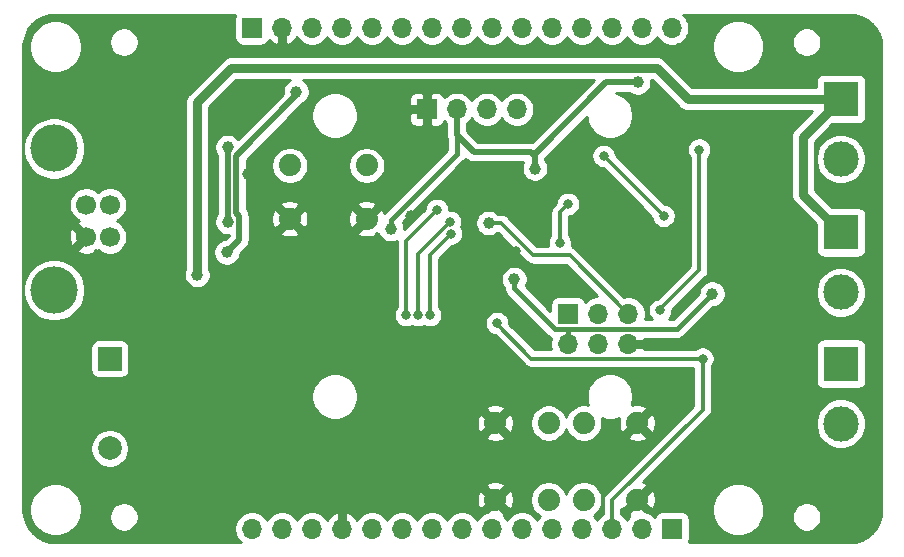
<source format=gbr>
%TF.GenerationSoftware,KiCad,Pcbnew,(5.1.9)-1*%
%TF.CreationDate,2021-06-02T07:50:44+02:00*%
%TF.ProjectId,MyReflowController,4d795265-666c-46f7-9743-6f6e74726f6c,rev?*%
%TF.SameCoordinates,Original*%
%TF.FileFunction,Copper,L2,Bot*%
%TF.FilePolarity,Positive*%
%FSLAX46Y46*%
G04 Gerber Fmt 4.6, Leading zero omitted, Abs format (unit mm)*
G04 Created by KiCad (PCBNEW (5.1.9)-1) date 2021-06-02 07:50:44*
%MOMM*%
%LPD*%
G01*
G04 APERTURE LIST*
%TA.AperFunction,ComponentPad*%
%ADD10R,2.000000X2.000000*%
%TD*%
%TA.AperFunction,ComponentPad*%
%ADD11C,2.000000*%
%TD*%
%TA.AperFunction,ComponentPad*%
%ADD12R,1.700000X1.700000*%
%TD*%
%TA.AperFunction,ComponentPad*%
%ADD13O,1.700000X1.700000*%
%TD*%
%TA.AperFunction,ComponentPad*%
%ADD14R,3.000000X3.000000*%
%TD*%
%TA.AperFunction,ComponentPad*%
%ADD15C,3.000000*%
%TD*%
%TA.AperFunction,ComponentPad*%
%ADD16C,4.000000*%
%TD*%
%TA.AperFunction,ComponentPad*%
%ADD17C,1.700000*%
%TD*%
%TA.AperFunction,ComponentPad*%
%ADD18C,1.879600*%
%TD*%
%TA.AperFunction,ViaPad*%
%ADD19C,1.200000*%
%TD*%
%TA.AperFunction,ViaPad*%
%ADD20C,1.000000*%
%TD*%
%TA.AperFunction,ViaPad*%
%ADD21C,0.800000*%
%TD*%
%TA.AperFunction,Conductor*%
%ADD22C,0.500000*%
%TD*%
%TA.AperFunction,Conductor*%
%ADD23C,0.400000*%
%TD*%
%TA.AperFunction,Conductor*%
%ADD24C,0.300000*%
%TD*%
%TA.AperFunction,Conductor*%
%ADD25C,0.750000*%
%TD*%
%TA.AperFunction,Conductor*%
%ADD26C,0.254000*%
%TD*%
%TA.AperFunction,Conductor*%
%ADD27C,0.100000*%
%TD*%
G04 APERTURE END LIST*
D10*
%TO.P,BZ1,1*%
%TO.N,Net-(BZ1-Pad1)*%
X38000000Y-54800000D03*
D11*
%TO.P,BZ1,2*%
%TO.N,Net-(BZ1-Pad2)*%
X38000000Y-62400000D03*
%TD*%
D12*
%TO.P,J5,1*%
%TO.N,Masse*%
X64844000Y-33688000D03*
D13*
%TO.P,J5,2*%
%TO.N,3V3*%
X67384000Y-33688000D03*
%TO.P,J5,3*%
%TO.N,SCL*%
X69924000Y-33688000D03*
%TO.P,J5,4*%
%TO.N,SDA*%
X72464000Y-33688000D03*
%TD*%
D14*
%TO.P,J1,1*%
%TO.N,+5V*%
X99900000Y-32820000D03*
D15*
%TO.P,J1,2*%
%TO.N,Net-(J1-Pad2)*%
X99900000Y-37900000D03*
%TD*%
%TO.P,J2,2*%
%TO.N,Net-(J2-Pad2)*%
X99900000Y-49180000D03*
D14*
%TO.P,J2,1*%
%TO.N,+5V*%
X99900000Y-44100000D03*
%TD*%
D12*
%TO.P,J3,1*%
%TO.N,D12*%
X76800000Y-51000000D03*
D13*
%TO.P,J3,2*%
%TO.N,3V3*%
X76800000Y-53540000D03*
%TO.P,J3,3*%
%TO.N,D13*%
X79340000Y-51000000D03*
%TO.P,J3,4*%
%TO.N,D11*%
X79340000Y-53540000D03*
%TO.P,J3,5*%
%TO.N,RST*%
X81880000Y-51000000D03*
%TO.P,J3,6*%
%TO.N,Masse*%
X81880000Y-53540000D03*
%TD*%
D14*
%TO.P,J4,1*%
%TO.N,TC+*%
X99900000Y-55220000D03*
D15*
%TO.P,J4,2*%
%TO.N,TC-*%
X99900000Y-60300000D03*
%TD*%
D16*
%TO.P,J6,6*%
%TO.N,Net-(J6-Pad6)*%
X33300000Y-37000000D03*
%TO.P,J6,4*%
%TO.N,Net-(J6-Pad4)*%
X33300000Y-49000000D03*
D17*
%TO.P,J6,2*%
%TO.N,Net-(J6-Pad2)*%
X38010000Y-41770000D03*
%TO.P,J6,1*%
%TO.N,VUSB*%
X38010000Y-44500000D03*
%TO.P,J6,3*%
%TO.N,Net-(J6-Pad3)*%
X36010000Y-41770000D03*
%TO.P,J6,5*%
%TO.N,Masse*%
X36010000Y-44500000D03*
%TD*%
D12*
%TO.P,J7,1*%
%TO.N,D12*%
X85600000Y-69200000D03*
D13*
%TO.P,J7,2*%
%TO.N,D11*%
X83060000Y-69200000D03*
%TO.P,J7,3*%
%TO.N,D10*%
X80520000Y-69200000D03*
%TO.P,J7,4*%
%TO.N,D9*%
X77980000Y-69200000D03*
%TO.P,J7,5*%
%TO.N,D8*%
X75440000Y-69200000D03*
%TO.P,J7,6*%
%TO.N,D7*%
X72900000Y-69200000D03*
%TO.P,J7,7*%
%TO.N,D6*%
X70360000Y-69200000D03*
%TO.P,J7,8*%
%TO.N,D5*%
X67820000Y-69200000D03*
%TO.P,J7,9*%
%TO.N,D4*%
X65280000Y-69200000D03*
%TO.P,J7,10*%
%TO.N,D3*%
X62740000Y-69200000D03*
%TO.P,J7,11*%
%TO.N,D2*%
X60200000Y-69200000D03*
%TO.P,J7,12*%
%TO.N,Masse*%
X57660000Y-69200000D03*
%TO.P,J7,13*%
%TO.N,Net-(J7-Pad13)*%
X55120000Y-69200000D03*
%TO.P,J7,14*%
%TO.N,Net-(J7-Pad14)*%
X52580000Y-69200000D03*
%TO.P,J7,15*%
%TO.N,Net-(J7-Pad15)*%
X50040000Y-69200000D03*
%TD*%
%TO.P,J8,15*%
%TO.N,D13*%
X85600000Y-26800000D03*
%TO.P,J8,14*%
%TO.N,3V3*%
X83060000Y-26800000D03*
%TO.P,J8,13*%
%TO.N,AREF*%
X80520000Y-26800000D03*
%TO.P,J8,12*%
%TO.N,A0*%
X77980000Y-26800000D03*
%TO.P,J8,11*%
%TO.N,A1*%
X75440000Y-26800000D03*
%TO.P,J8,10*%
%TO.N,A2*%
X72900000Y-26800000D03*
%TO.P,J8,9*%
%TO.N,A3*%
X70360000Y-26800000D03*
%TO.P,J8,8*%
%TO.N,SDA*%
X67820000Y-26800000D03*
%TO.P,J8,7*%
%TO.N,SCL*%
X65280000Y-26800000D03*
%TO.P,J8,6*%
%TO.N,Net-(J8-Pad6)*%
X62740000Y-26800000D03*
%TO.P,J8,5*%
%TO.N,Net-(J8-Pad5)*%
X60200000Y-26800000D03*
%TO.P,J8,4*%
%TO.N,3V3*%
X57660000Y-26800000D03*
%TO.P,J8,3*%
%TO.N,RST*%
X55120000Y-26800000D03*
%TO.P,J8,2*%
%TO.N,Masse*%
X52580000Y-26800000D03*
D12*
%TO.P,J8,1*%
%TO.N,VUSB*%
X50040000Y-26800000D03*
%TD*%
D18*
%TO.P,SW1,1*%
%TO.N,Masse*%
X82660600Y-60248800D03*
%TO.P,SW1,2*%
X82660600Y-66751200D03*
%TO.P,SW1,3*%
%TO.N,D9*%
X78139400Y-60248800D03*
%TO.P,SW1,4*%
X78139400Y-66751200D03*
%TD*%
%TO.P,SW2,1*%
%TO.N,Masse*%
X59751200Y-42960600D03*
%TO.P,SW2,2*%
X53248800Y-42960600D03*
%TO.P,SW2,3*%
%TO.N,RST*%
X59751200Y-38439400D03*
%TO.P,SW2,4*%
X53248800Y-38439400D03*
%TD*%
%TO.P,SW3,4*%
%TO.N,D8*%
X75160600Y-60248800D03*
%TO.P,SW3,3*%
X75160600Y-66751200D03*
%TO.P,SW3,2*%
%TO.N,Masse*%
X70639400Y-60248800D03*
%TO.P,SW3,1*%
X70639400Y-66751200D03*
%TD*%
D19*
%TO.N,Masse*%
X40200000Y-41700000D03*
D20*
X92300000Y-49400000D03*
X90500000Y-47100000D03*
X93400000Y-51000000D03*
X91200000Y-57900000D03*
X90500000Y-40300000D03*
X85800000Y-36000000D03*
X64000000Y-35900000D03*
X85400000Y-46400000D03*
X78300000Y-45300000D03*
X51200000Y-47300000D03*
X51450000Y-49550000D03*
X54700000Y-49200000D03*
X54700000Y-50700000D03*
X43300000Y-52500000D03*
X39837500Y-51537500D03*
X49700000Y-39200000D03*
X50900000Y-42100000D03*
X59300000Y-61700000D03*
X47000000Y-64200000D03*
X63500000Y-42700000D03*
X66900000Y-46364000D03*
D21*
X72400000Y-45700000D03*
D20*
%TO.N,3V3*%
X74000000Y-38700000D03*
X47900000Y-45800000D03*
X89000000Y-49300000D03*
X53800000Y-32200000D03*
X72236000Y-48064000D03*
X61800000Y-43800000D03*
X82700000Y-31400000D03*
D21*
%TO.N,AREF*%
X76100000Y-45000000D03*
X76800000Y-41700000D03*
D20*
%TO.N,+5V*%
X45400000Y-47700000D03*
%TO.N,VUSB*%
X48000000Y-36900000D03*
X48000000Y-43200000D03*
%TO.N,RST*%
X70092184Y-43314002D03*
D21*
%TO.N,D13*%
X84600000Y-50700000D03*
X87900000Y-37100000D03*
%TO.N,D10*%
X88200000Y-54800000D03*
X70800000Y-51800000D03*
%TO.N,D4*%
X66912357Y-44207456D03*
X65100006Y-51114000D03*
%TO.N,D3*%
X66798107Y-43214002D03*
X64100003Y-51114000D03*
%TO.N,D2*%
X65700000Y-42200000D03*
X63100000Y-51114000D03*
%TO.N,A0*%
X84900000Y-42700000D03*
X79819669Y-37619669D03*
%TD*%
D22*
%TO.N,Masse*%
X57660000Y-69200000D02*
X57660000Y-69160000D01*
%TO.N,3V3*%
X74000000Y-38700000D02*
X74000000Y-37600000D01*
X74000000Y-37600000D02*
X73700000Y-37300000D01*
X73700000Y-37300000D02*
X68800000Y-37300000D01*
X67384000Y-35884000D02*
X67384000Y-33688000D01*
X68800000Y-37300000D02*
X67384000Y-35884000D01*
D23*
X86010001Y-52289999D02*
X89000000Y-49300000D01*
X78050001Y-52289999D02*
X86010001Y-52289999D01*
D22*
X53800000Y-32506002D02*
X53800000Y-32200000D01*
X48700010Y-37605992D02*
X53800000Y-32506002D01*
X48700010Y-42494008D02*
X48700010Y-37605992D01*
X48950001Y-42743999D02*
X48700010Y-42494008D01*
X48950001Y-44749999D02*
X48950001Y-42743999D01*
X47900000Y-45800000D02*
X48950001Y-44749999D01*
D23*
X72236000Y-48856002D02*
X72236000Y-48064000D01*
X75669997Y-52289999D02*
X72236000Y-48856002D01*
X76800000Y-52300000D02*
X76810001Y-52289999D01*
X76800000Y-53540000D02*
X76800000Y-52300000D01*
X76810001Y-52289999D02*
X75669997Y-52289999D01*
X78050001Y-52289999D02*
X76810001Y-52289999D01*
X61800000Y-43067998D02*
X61800000Y-43800000D01*
X67384000Y-37483998D02*
X61800000Y-43067998D01*
X67384000Y-33688000D02*
X67384000Y-37483998D01*
D22*
X80041998Y-31400000D02*
X82700000Y-31400000D01*
X74000000Y-37441998D02*
X80041998Y-31400000D01*
X74000000Y-37600000D02*
X74000000Y-37441998D01*
D24*
%TO.N,AREF*%
X76100000Y-42400000D02*
X76800000Y-41700000D01*
X76100000Y-45000000D02*
X76100000Y-42400000D01*
D25*
%TO.N,+5V*%
X96700000Y-36020000D02*
X99900000Y-32820000D01*
X96700000Y-40900000D02*
X96700000Y-36020000D01*
X99900000Y-44100000D02*
X96700000Y-40900000D01*
X86920000Y-32820000D02*
X99900000Y-32820000D01*
X84300000Y-30200000D02*
X86920000Y-32820000D01*
X48300000Y-30200000D02*
X84300000Y-30200000D01*
X45400000Y-33100000D02*
X48300000Y-30200000D01*
X45400000Y-47700000D02*
X45400000Y-33100000D01*
D22*
%TO.N,VUSB*%
X48000000Y-43200000D02*
X48000000Y-36900000D01*
D24*
%TO.N,RST*%
X73860003Y-46050001D02*
X71124004Y-43314002D01*
X71124004Y-43314002D02*
X70092184Y-43314002D01*
X76930001Y-46050001D02*
X73860003Y-46050001D01*
X81880000Y-51000000D02*
X76930001Y-46050001D01*
%TO.N,D13*%
X84600000Y-50600000D02*
X84600000Y-50700000D01*
X87900000Y-47300000D02*
X84600000Y-50600000D01*
X87900000Y-37100000D02*
X87900000Y-47300000D01*
%TO.N,D10*%
X80520000Y-66782894D02*
X80520000Y-69200000D01*
X88200000Y-59102894D02*
X80520000Y-66782894D01*
X88200000Y-54800000D02*
X88200000Y-59102894D01*
X88200000Y-54800000D02*
X73700000Y-54800000D01*
X70800000Y-51900000D02*
X70800000Y-51800000D01*
X73700000Y-54800000D02*
X70800000Y-51900000D01*
%TO.N,D4*%
X65100006Y-46019807D02*
X65100006Y-51114000D01*
X66912357Y-44207456D02*
X65100006Y-46019807D01*
%TO.N,D3*%
X64100003Y-45912106D02*
X64100003Y-51114000D01*
X66798107Y-43214002D02*
X64100003Y-45912106D01*
%TO.N,D2*%
X63100000Y-44800000D02*
X63100000Y-51114000D01*
X65700000Y-42200000D02*
X63100000Y-44800000D01*
%TO.N,A0*%
X84900000Y-42700000D02*
X83500000Y-41300000D01*
X83500000Y-41300000D02*
X79819669Y-37619669D01*
%TD*%
D26*
%TO.N,Masse*%
X48600498Y-25705820D02*
X48564188Y-25825518D01*
X48551928Y-25950000D01*
X48551928Y-27650000D01*
X48564188Y-27774482D01*
X48600498Y-27894180D01*
X48659463Y-28004494D01*
X48738815Y-28101185D01*
X48835506Y-28180537D01*
X48945820Y-28239502D01*
X49065518Y-28275812D01*
X49190000Y-28288072D01*
X50890000Y-28288072D01*
X51014482Y-28275812D01*
X51134180Y-28239502D01*
X51244494Y-28180537D01*
X51341185Y-28101185D01*
X51420537Y-28004494D01*
X51479502Y-27894180D01*
X51503210Y-27816024D01*
X51673181Y-27975981D01*
X51920028Y-28130296D01*
X52106011Y-28207323D01*
X52332000Y-28102857D01*
X52332000Y-27048000D01*
X52312000Y-27048000D01*
X52312000Y-26552000D01*
X52332000Y-26552000D01*
X52332000Y-26532000D01*
X52828000Y-26532000D01*
X52828000Y-26552000D01*
X52848000Y-26552000D01*
X52848000Y-27048000D01*
X52828000Y-27048000D01*
X52828000Y-28102857D01*
X53053989Y-28207323D01*
X53239972Y-28130296D01*
X53486819Y-27975981D01*
X53698817Y-27776473D01*
X53847307Y-27568210D01*
X53966525Y-27746632D01*
X54173368Y-27953475D01*
X54416589Y-28115990D01*
X54686842Y-28227932D01*
X54973740Y-28285000D01*
X55266260Y-28285000D01*
X55553158Y-28227932D01*
X55823411Y-28115990D01*
X56066632Y-27953475D01*
X56273475Y-27746632D01*
X56390000Y-27572240D01*
X56506525Y-27746632D01*
X56713368Y-27953475D01*
X56956589Y-28115990D01*
X57226842Y-28227932D01*
X57513740Y-28285000D01*
X57806260Y-28285000D01*
X58093158Y-28227932D01*
X58363411Y-28115990D01*
X58606632Y-27953475D01*
X58813475Y-27746632D01*
X58930000Y-27572240D01*
X59046525Y-27746632D01*
X59253368Y-27953475D01*
X59496589Y-28115990D01*
X59766842Y-28227932D01*
X60053740Y-28285000D01*
X60346260Y-28285000D01*
X60633158Y-28227932D01*
X60903411Y-28115990D01*
X61146632Y-27953475D01*
X61353475Y-27746632D01*
X61470000Y-27572240D01*
X61586525Y-27746632D01*
X61793368Y-27953475D01*
X62036589Y-28115990D01*
X62306842Y-28227932D01*
X62593740Y-28285000D01*
X62886260Y-28285000D01*
X63173158Y-28227932D01*
X63443411Y-28115990D01*
X63686632Y-27953475D01*
X63893475Y-27746632D01*
X64010000Y-27572240D01*
X64126525Y-27746632D01*
X64333368Y-27953475D01*
X64576589Y-28115990D01*
X64846842Y-28227932D01*
X65133740Y-28285000D01*
X65426260Y-28285000D01*
X65713158Y-28227932D01*
X65983411Y-28115990D01*
X66226632Y-27953475D01*
X66433475Y-27746632D01*
X66550000Y-27572240D01*
X66666525Y-27746632D01*
X66873368Y-27953475D01*
X67116589Y-28115990D01*
X67386842Y-28227932D01*
X67673740Y-28285000D01*
X67966260Y-28285000D01*
X68253158Y-28227932D01*
X68523411Y-28115990D01*
X68766632Y-27953475D01*
X68973475Y-27746632D01*
X69090000Y-27572240D01*
X69206525Y-27746632D01*
X69413368Y-27953475D01*
X69656589Y-28115990D01*
X69926842Y-28227932D01*
X70213740Y-28285000D01*
X70506260Y-28285000D01*
X70793158Y-28227932D01*
X71063411Y-28115990D01*
X71306632Y-27953475D01*
X71513475Y-27746632D01*
X71630000Y-27572240D01*
X71746525Y-27746632D01*
X71953368Y-27953475D01*
X72196589Y-28115990D01*
X72466842Y-28227932D01*
X72753740Y-28285000D01*
X73046260Y-28285000D01*
X73333158Y-28227932D01*
X73603411Y-28115990D01*
X73846632Y-27953475D01*
X74053475Y-27746632D01*
X74170000Y-27572240D01*
X74286525Y-27746632D01*
X74493368Y-27953475D01*
X74736589Y-28115990D01*
X75006842Y-28227932D01*
X75293740Y-28285000D01*
X75586260Y-28285000D01*
X75873158Y-28227932D01*
X76143411Y-28115990D01*
X76386632Y-27953475D01*
X76593475Y-27746632D01*
X76710000Y-27572240D01*
X76826525Y-27746632D01*
X77033368Y-27953475D01*
X77276589Y-28115990D01*
X77546842Y-28227932D01*
X77833740Y-28285000D01*
X78126260Y-28285000D01*
X78413158Y-28227932D01*
X78683411Y-28115990D01*
X78926632Y-27953475D01*
X79133475Y-27746632D01*
X79250000Y-27572240D01*
X79366525Y-27746632D01*
X79573368Y-27953475D01*
X79816589Y-28115990D01*
X80086842Y-28227932D01*
X80373740Y-28285000D01*
X80666260Y-28285000D01*
X80953158Y-28227932D01*
X81223411Y-28115990D01*
X81466632Y-27953475D01*
X81673475Y-27746632D01*
X81790000Y-27572240D01*
X81906525Y-27746632D01*
X82113368Y-27953475D01*
X82356589Y-28115990D01*
X82626842Y-28227932D01*
X82913740Y-28285000D01*
X83206260Y-28285000D01*
X83493158Y-28227932D01*
X83763411Y-28115990D01*
X84006632Y-27953475D01*
X84213475Y-27746632D01*
X84330000Y-27572240D01*
X84446525Y-27746632D01*
X84653368Y-27953475D01*
X84896589Y-28115990D01*
X85166842Y-28227932D01*
X85453740Y-28285000D01*
X85746260Y-28285000D01*
X86033158Y-28227932D01*
X86149185Y-28179872D01*
X88965000Y-28179872D01*
X88965000Y-28620128D01*
X89050890Y-29051925D01*
X89219369Y-29458669D01*
X89463962Y-29824729D01*
X89775271Y-30136038D01*
X90141331Y-30380631D01*
X90548075Y-30549110D01*
X90979872Y-30635000D01*
X91420128Y-30635000D01*
X91851925Y-30549110D01*
X92258669Y-30380631D01*
X92624729Y-30136038D01*
X92936038Y-29824729D01*
X93180631Y-29458669D01*
X93349110Y-29051925D01*
X93435000Y-28620128D01*
X93435000Y-28179872D01*
X93374733Y-27876890D01*
X95750048Y-27876890D01*
X95750048Y-28123110D01*
X95798083Y-28364598D01*
X95892307Y-28592074D01*
X96029099Y-28796798D01*
X96203202Y-28970901D01*
X96407926Y-29107693D01*
X96635402Y-29201917D01*
X96876890Y-29249952D01*
X97123110Y-29249952D01*
X97364598Y-29201917D01*
X97592074Y-29107693D01*
X97796798Y-28970901D01*
X97970901Y-28796798D01*
X98107693Y-28592074D01*
X98201917Y-28364598D01*
X98249952Y-28123110D01*
X98249952Y-27876890D01*
X98201917Y-27635402D01*
X98107693Y-27407926D01*
X97970901Y-27203202D01*
X97796798Y-27029099D01*
X97592074Y-26892307D01*
X97364598Y-26798083D01*
X97123110Y-26750048D01*
X96876890Y-26750048D01*
X96635402Y-26798083D01*
X96407926Y-26892307D01*
X96203202Y-27029099D01*
X96029099Y-27203202D01*
X95892307Y-27407926D01*
X95798083Y-27635402D01*
X95750048Y-27876890D01*
X93374733Y-27876890D01*
X93349110Y-27748075D01*
X93180631Y-27341331D01*
X92936038Y-26975271D01*
X92624729Y-26663962D01*
X92258669Y-26419369D01*
X91851925Y-26250890D01*
X91420128Y-26165000D01*
X90979872Y-26165000D01*
X90548075Y-26250890D01*
X90141331Y-26419369D01*
X89775271Y-26663962D01*
X89463962Y-26975271D01*
X89219369Y-27341331D01*
X89050890Y-27748075D01*
X88965000Y-28179872D01*
X86149185Y-28179872D01*
X86303411Y-28115990D01*
X86546632Y-27953475D01*
X86753475Y-27746632D01*
X86915990Y-27503411D01*
X87027932Y-27233158D01*
X87085000Y-26946260D01*
X87085000Y-26653740D01*
X87027932Y-26366842D01*
X86915990Y-26096589D01*
X86753475Y-25853368D01*
X86560107Y-25660000D01*
X100567722Y-25660000D01*
X101131586Y-25715287D01*
X101642927Y-25869670D01*
X102114540Y-26120431D01*
X102528467Y-26458022D01*
X102868940Y-26869583D01*
X103122987Y-27339433D01*
X103280937Y-27849688D01*
X103340001Y-28411647D01*
X103340000Y-67567722D01*
X103284713Y-68131586D01*
X103130330Y-68642927D01*
X102879569Y-69114540D01*
X102541976Y-69528470D01*
X102130418Y-69868940D01*
X101660567Y-70122987D01*
X101150314Y-70280937D01*
X100588362Y-70340000D01*
X87015010Y-70340000D01*
X87039502Y-70294180D01*
X87075812Y-70174482D01*
X87088072Y-70050000D01*
X87088072Y-68350000D01*
X87075812Y-68225518D01*
X87039502Y-68105820D01*
X86980537Y-67995506D01*
X86901185Y-67898815D01*
X86804494Y-67819463D01*
X86694180Y-67760498D01*
X86574482Y-67724188D01*
X86450000Y-67711928D01*
X84750000Y-67711928D01*
X84625518Y-67724188D01*
X84505820Y-67760498D01*
X84395506Y-67819463D01*
X84298815Y-67898815D01*
X84219463Y-67995506D01*
X84160498Y-68105820D01*
X84138487Y-68178380D01*
X84006632Y-68046525D01*
X83763411Y-67884010D01*
X83493158Y-67772068D01*
X83290414Y-67731739D01*
X82660600Y-67101925D01*
X81844667Y-67917858D01*
X81942607Y-68161356D01*
X81982814Y-68177079D01*
X81906525Y-68253368D01*
X81790000Y-68427760D01*
X81673475Y-68253368D01*
X81466632Y-68046525D01*
X81305000Y-67938526D01*
X81305000Y-67491137D01*
X81493942Y-67567133D01*
X82309875Y-66751200D01*
X83011325Y-66751200D01*
X83827258Y-67567133D01*
X84070756Y-67469193D01*
X84105685Y-67379872D01*
X88965000Y-67379872D01*
X88965000Y-67820128D01*
X89050890Y-68251925D01*
X89219369Y-68658669D01*
X89463962Y-69024729D01*
X89775271Y-69336038D01*
X90141331Y-69580631D01*
X90548075Y-69749110D01*
X90979872Y-69835000D01*
X91420128Y-69835000D01*
X91851925Y-69749110D01*
X92258669Y-69580631D01*
X92624729Y-69336038D01*
X92936038Y-69024729D01*
X93180631Y-68658669D01*
X93349110Y-68251925D01*
X93383926Y-68076890D01*
X95750048Y-68076890D01*
X95750048Y-68323110D01*
X95798083Y-68564598D01*
X95892307Y-68792074D01*
X96029099Y-68996798D01*
X96203202Y-69170901D01*
X96407926Y-69307693D01*
X96635402Y-69401917D01*
X96876890Y-69449952D01*
X97123110Y-69449952D01*
X97364598Y-69401917D01*
X97592074Y-69307693D01*
X97796798Y-69170901D01*
X97970901Y-68996798D01*
X98107693Y-68792074D01*
X98201917Y-68564598D01*
X98249952Y-68323110D01*
X98249952Y-68076890D01*
X98201917Y-67835402D01*
X98107693Y-67607926D01*
X97970901Y-67403202D01*
X97796798Y-67229099D01*
X97592074Y-67092307D01*
X97364598Y-66998083D01*
X97123110Y-66950048D01*
X96876890Y-66950048D01*
X96635402Y-66998083D01*
X96407926Y-67092307D01*
X96203202Y-67229099D01*
X96029099Y-67403202D01*
X95892307Y-67607926D01*
X95798083Y-67835402D01*
X95750048Y-68076890D01*
X93383926Y-68076890D01*
X93435000Y-67820128D01*
X93435000Y-67379872D01*
X93349110Y-66948075D01*
X93180631Y-66541331D01*
X92936038Y-66175271D01*
X92624729Y-65863962D01*
X92258669Y-65619369D01*
X91851925Y-65450890D01*
X91420128Y-65365000D01*
X90979872Y-65365000D01*
X90548075Y-65450890D01*
X90141331Y-65619369D01*
X89775271Y-65863962D01*
X89463962Y-66175271D01*
X89219369Y-66541331D01*
X89050890Y-66948075D01*
X88965000Y-67379872D01*
X84105685Y-67379872D01*
X84183733Y-67180289D01*
X84238178Y-66874896D01*
X84231996Y-66564749D01*
X84165427Y-66261767D01*
X84070756Y-66033207D01*
X83827258Y-65935267D01*
X83011325Y-66751200D01*
X82309875Y-66751200D01*
X82295733Y-66737058D01*
X82646458Y-66386333D01*
X82660600Y-66400475D01*
X83476533Y-65584542D01*
X83378593Y-65341044D01*
X83158195Y-65254856D01*
X88323330Y-60089721D01*
X97765000Y-60089721D01*
X97765000Y-60510279D01*
X97847047Y-60922756D01*
X98007988Y-61311302D01*
X98241637Y-61660983D01*
X98539017Y-61958363D01*
X98888698Y-62192012D01*
X99277244Y-62352953D01*
X99689721Y-62435000D01*
X100110279Y-62435000D01*
X100522756Y-62352953D01*
X100911302Y-62192012D01*
X101260983Y-61958363D01*
X101558363Y-61660983D01*
X101792012Y-61311302D01*
X101952953Y-60922756D01*
X102035000Y-60510279D01*
X102035000Y-60089721D01*
X101952953Y-59677244D01*
X101792012Y-59288698D01*
X101558363Y-58939017D01*
X101260983Y-58641637D01*
X100911302Y-58407988D01*
X100522756Y-58247047D01*
X100110279Y-58165000D01*
X99689721Y-58165000D01*
X99277244Y-58247047D01*
X98888698Y-58407988D01*
X98539017Y-58641637D01*
X98241637Y-58939017D01*
X98007988Y-59288698D01*
X97847047Y-59677244D01*
X97765000Y-60089721D01*
X88323330Y-60089721D01*
X88727816Y-59685236D01*
X88757764Y-59660658D01*
X88855862Y-59541127D01*
X88928754Y-59404754D01*
X88963959Y-59288698D01*
X88973641Y-59256782D01*
X88975057Y-59242404D01*
X88985000Y-59141455D01*
X88985000Y-59141448D01*
X88988797Y-59102895D01*
X88985000Y-59064342D01*
X88985000Y-55478711D01*
X89003937Y-55459774D01*
X89117205Y-55290256D01*
X89195226Y-55101898D01*
X89235000Y-54901939D01*
X89235000Y-54698061D01*
X89195226Y-54498102D01*
X89117205Y-54309744D01*
X89003937Y-54140226D01*
X88859774Y-53996063D01*
X88690256Y-53882795D01*
X88501898Y-53804774D01*
X88301939Y-53765000D01*
X88098061Y-53765000D01*
X87898102Y-53804774D01*
X87709744Y-53882795D01*
X87540226Y-53996063D01*
X87521289Y-54015000D01*
X83286879Y-54015000D01*
X83287333Y-54013991D01*
X83185405Y-53788000D01*
X82128000Y-53788000D01*
X82128000Y-53808000D01*
X81632000Y-53808000D01*
X81632000Y-53788000D01*
X81612000Y-53788000D01*
X81612000Y-53720000D01*
X97761928Y-53720000D01*
X97761928Y-56720000D01*
X97774188Y-56844482D01*
X97810498Y-56964180D01*
X97869463Y-57074494D01*
X97948815Y-57171185D01*
X98045506Y-57250537D01*
X98155820Y-57309502D01*
X98275518Y-57345812D01*
X98400000Y-57358072D01*
X101400000Y-57358072D01*
X101524482Y-57345812D01*
X101644180Y-57309502D01*
X101754494Y-57250537D01*
X101851185Y-57171185D01*
X101930537Y-57074494D01*
X101989502Y-56964180D01*
X102025812Y-56844482D01*
X102038072Y-56720000D01*
X102038072Y-53720000D01*
X102025812Y-53595518D01*
X101989502Y-53475820D01*
X101930537Y-53365506D01*
X101851185Y-53268815D01*
X101754494Y-53189463D01*
X101644180Y-53130498D01*
X101524482Y-53094188D01*
X101400000Y-53081928D01*
X98400000Y-53081928D01*
X98275518Y-53094188D01*
X98155820Y-53130498D01*
X98045506Y-53189463D01*
X97948815Y-53268815D01*
X97869463Y-53365506D01*
X97810498Y-53475820D01*
X97774188Y-53595518D01*
X97761928Y-53720000D01*
X81612000Y-53720000D01*
X81612000Y-53292000D01*
X81632000Y-53292000D01*
X81632000Y-53272000D01*
X82128000Y-53272000D01*
X82128000Y-53292000D01*
X83185405Y-53292000D01*
X83260727Y-53124999D01*
X85968983Y-53124999D01*
X86010001Y-53129039D01*
X86051019Y-53124999D01*
X86051020Y-53124999D01*
X86173690Y-53112917D01*
X86331088Y-53065171D01*
X86476147Y-52987635D01*
X86603292Y-52883290D01*
X86629447Y-52851420D01*
X89045868Y-50435000D01*
X89111788Y-50435000D01*
X89331067Y-50391383D01*
X89537624Y-50305824D01*
X89723520Y-50181612D01*
X89881612Y-50023520D01*
X90005824Y-49837624D01*
X90091383Y-49631067D01*
X90135000Y-49411788D01*
X90135000Y-49188212D01*
X90091540Y-48969721D01*
X97765000Y-48969721D01*
X97765000Y-49390279D01*
X97847047Y-49802756D01*
X98007988Y-50191302D01*
X98241637Y-50540983D01*
X98539017Y-50838363D01*
X98888698Y-51072012D01*
X99277244Y-51232953D01*
X99689721Y-51315000D01*
X100110279Y-51315000D01*
X100522756Y-51232953D01*
X100911302Y-51072012D01*
X101260983Y-50838363D01*
X101558363Y-50540983D01*
X101792012Y-50191302D01*
X101952953Y-49802756D01*
X102035000Y-49390279D01*
X102035000Y-48969721D01*
X101952953Y-48557244D01*
X101792012Y-48168698D01*
X101558363Y-47819017D01*
X101260983Y-47521637D01*
X100911302Y-47287988D01*
X100522756Y-47127047D01*
X100110279Y-47045000D01*
X99689721Y-47045000D01*
X99277244Y-47127047D01*
X98888698Y-47287988D01*
X98539017Y-47521637D01*
X98241637Y-47819017D01*
X98007988Y-48168698D01*
X97847047Y-48557244D01*
X97765000Y-48969721D01*
X90091540Y-48969721D01*
X90091383Y-48968933D01*
X90005824Y-48762376D01*
X89881612Y-48576480D01*
X89723520Y-48418388D01*
X89537624Y-48294176D01*
X89331067Y-48208617D01*
X89111788Y-48165000D01*
X88888212Y-48165000D01*
X88668933Y-48208617D01*
X88462376Y-48294176D01*
X88276480Y-48418388D01*
X88118388Y-48576480D01*
X87994176Y-48762376D01*
X87908617Y-48968933D01*
X87865000Y-49188212D01*
X87865000Y-49254132D01*
X85664134Y-51454999D01*
X85308712Y-51454999D01*
X85403937Y-51359774D01*
X85517205Y-51190256D01*
X85595226Y-51001898D01*
X85635000Y-50801939D01*
X85635000Y-50675157D01*
X88427810Y-47882347D01*
X88457764Y-47857764D01*
X88555862Y-47738233D01*
X88628754Y-47601860D01*
X88651652Y-47526376D01*
X88673642Y-47453887D01*
X88681020Y-47378974D01*
X88685000Y-47338561D01*
X88685000Y-47338556D01*
X88688797Y-47300000D01*
X88685000Y-47261444D01*
X88685000Y-37778711D01*
X88703937Y-37759774D01*
X88817205Y-37590256D01*
X88895226Y-37401898D01*
X88935000Y-37201939D01*
X88935000Y-36998061D01*
X88895226Y-36798102D01*
X88817205Y-36609744D01*
X88703937Y-36440226D01*
X88559774Y-36296063D01*
X88390256Y-36182795D01*
X88201898Y-36104774D01*
X88001939Y-36065000D01*
X87798061Y-36065000D01*
X87598102Y-36104774D01*
X87409744Y-36182795D01*
X87240226Y-36296063D01*
X87096063Y-36440226D01*
X86982795Y-36609744D01*
X86904774Y-36798102D01*
X86865000Y-36998061D01*
X86865000Y-37201939D01*
X86904774Y-37401898D01*
X86982795Y-37590256D01*
X87096063Y-37759774D01*
X87115000Y-37778711D01*
X87115001Y-46974842D01*
X84406663Y-49683180D01*
X84298102Y-49704774D01*
X84109744Y-49782795D01*
X83940226Y-49896063D01*
X83796063Y-50040226D01*
X83682795Y-50209744D01*
X83604774Y-50398102D01*
X83565000Y-50598061D01*
X83565000Y-50801939D01*
X83604774Y-51001898D01*
X83682795Y-51190256D01*
X83796063Y-51359774D01*
X83891288Y-51454999D01*
X83298885Y-51454999D01*
X83307932Y-51433158D01*
X83365000Y-51146260D01*
X83365000Y-50853740D01*
X83307932Y-50566842D01*
X83195990Y-50296589D01*
X83033475Y-50053368D01*
X82826632Y-49846525D01*
X82583411Y-49684010D01*
X82313158Y-49572068D01*
X82026260Y-49515000D01*
X81733740Y-49515000D01*
X81543082Y-49552925D01*
X77512348Y-45522191D01*
X77487765Y-45492237D01*
X77368234Y-45394139D01*
X77231861Y-45321247D01*
X77099372Y-45281057D01*
X77135000Y-45101939D01*
X77135000Y-44898061D01*
X77095226Y-44698102D01*
X77017205Y-44509744D01*
X76903937Y-44340226D01*
X76885000Y-44321289D01*
X76885000Y-42735000D01*
X76901939Y-42735000D01*
X77101898Y-42695226D01*
X77290256Y-42617205D01*
X77459774Y-42503937D01*
X77603937Y-42359774D01*
X77717205Y-42190256D01*
X77795226Y-42001898D01*
X77835000Y-41801939D01*
X77835000Y-41598061D01*
X77795226Y-41398102D01*
X77717205Y-41209744D01*
X77603937Y-41040226D01*
X77459774Y-40896063D01*
X77290256Y-40782795D01*
X77101898Y-40704774D01*
X76901939Y-40665000D01*
X76698061Y-40665000D01*
X76498102Y-40704774D01*
X76309744Y-40782795D01*
X76140226Y-40896063D01*
X75996063Y-41040226D01*
X75882795Y-41209744D01*
X75804774Y-41398102D01*
X75765000Y-41598061D01*
X75765000Y-41624843D01*
X75572185Y-41817658D01*
X75542237Y-41842236D01*
X75517659Y-41872184D01*
X75517655Y-41872188D01*
X75496388Y-41898102D01*
X75444139Y-41961767D01*
X75444053Y-41961928D01*
X75371246Y-42098141D01*
X75326359Y-42246114D01*
X75311203Y-42400000D01*
X75315001Y-42438563D01*
X75315000Y-44321289D01*
X75296063Y-44340226D01*
X75182795Y-44509744D01*
X75104774Y-44698102D01*
X75065000Y-44898061D01*
X75065000Y-45101939D01*
X75097435Y-45265001D01*
X74185161Y-45265001D01*
X71706351Y-42786192D01*
X71681768Y-42756238D01*
X71562237Y-42658140D01*
X71425864Y-42585248D01*
X71277891Y-42540361D01*
X71162565Y-42529002D01*
X71162557Y-42529002D01*
X71124004Y-42525205D01*
X71085451Y-42529002D01*
X70912316Y-42529002D01*
X70815704Y-42432390D01*
X70629808Y-42308178D01*
X70423251Y-42222619D01*
X70203972Y-42179002D01*
X69980396Y-42179002D01*
X69761117Y-42222619D01*
X69554560Y-42308178D01*
X69368664Y-42432390D01*
X69210572Y-42590482D01*
X69086360Y-42776378D01*
X69000801Y-42982935D01*
X68957184Y-43202214D01*
X68957184Y-43425790D01*
X69000801Y-43645069D01*
X69086360Y-43851626D01*
X69210572Y-44037522D01*
X69368664Y-44195614D01*
X69554560Y-44319826D01*
X69761117Y-44405385D01*
X69980396Y-44449002D01*
X70203972Y-44449002D01*
X70423251Y-44405385D01*
X70629808Y-44319826D01*
X70815704Y-44195614D01*
X70855581Y-44155737D01*
X73277661Y-46577817D01*
X73302239Y-46607765D01*
X73332187Y-46632343D01*
X73332190Y-46632346D01*
X73346560Y-46644139D01*
X73421770Y-46705863D01*
X73558143Y-46778755D01*
X73706116Y-46823643D01*
X73781029Y-46831021D01*
X73821442Y-46835001D01*
X73821447Y-46835001D01*
X73860003Y-46838798D01*
X73898559Y-46835001D01*
X76604844Y-46835001D01*
X79284843Y-49515000D01*
X79193740Y-49515000D01*
X78906842Y-49572068D01*
X78636589Y-49684010D01*
X78393368Y-49846525D01*
X78261513Y-49978380D01*
X78239502Y-49905820D01*
X78180537Y-49795506D01*
X78101185Y-49698815D01*
X78004494Y-49619463D01*
X77894180Y-49560498D01*
X77774482Y-49524188D01*
X77650000Y-49511928D01*
X75950000Y-49511928D01*
X75825518Y-49524188D01*
X75705820Y-49560498D01*
X75595506Y-49619463D01*
X75498815Y-49698815D01*
X75419463Y-49795506D01*
X75360498Y-49905820D01*
X75324188Y-50025518D01*
X75311928Y-50150000D01*
X75311928Y-50751062D01*
X73210047Y-48649182D01*
X73241824Y-48601624D01*
X73327383Y-48395067D01*
X73371000Y-48175788D01*
X73371000Y-47952212D01*
X73327383Y-47732933D01*
X73241824Y-47526376D01*
X73117612Y-47340480D01*
X72959520Y-47182388D01*
X72773624Y-47058176D01*
X72567067Y-46972617D01*
X72347788Y-46929000D01*
X72124212Y-46929000D01*
X71904933Y-46972617D01*
X71698376Y-47058176D01*
X71512480Y-47182388D01*
X71354388Y-47340480D01*
X71230176Y-47526376D01*
X71144617Y-47732933D01*
X71101000Y-47952212D01*
X71101000Y-48175788D01*
X71144617Y-48395067D01*
X71230176Y-48601624D01*
X71354388Y-48787520D01*
X71399283Y-48832415D01*
X71396960Y-48856002D01*
X71401000Y-48897020D01*
X71413082Y-49019690D01*
X71460828Y-49177088D01*
X71538364Y-49322147D01*
X71642709Y-49449293D01*
X71674579Y-49475448D01*
X75050556Y-52851426D01*
X75076706Y-52883290D01*
X75120753Y-52919438D01*
X75203851Y-52987635D01*
X75348910Y-53065171D01*
X75384817Y-53076063D01*
X75372068Y-53106842D01*
X75315000Y-53393740D01*
X75315000Y-53686260D01*
X75372068Y-53973158D01*
X75389399Y-54015000D01*
X74025158Y-54015000D01*
X71835000Y-51824843D01*
X71835000Y-51698061D01*
X71795226Y-51498102D01*
X71717205Y-51309744D01*
X71603937Y-51140226D01*
X71459774Y-50996063D01*
X71290256Y-50882795D01*
X71101898Y-50804774D01*
X70901939Y-50765000D01*
X70698061Y-50765000D01*
X70498102Y-50804774D01*
X70309744Y-50882795D01*
X70140226Y-50996063D01*
X69996063Y-51140226D01*
X69882795Y-51309744D01*
X69804774Y-51498102D01*
X69765000Y-51698061D01*
X69765000Y-51901939D01*
X69804774Y-52101898D01*
X69882795Y-52290256D01*
X69996063Y-52459774D01*
X70140226Y-52603937D01*
X70309744Y-52717205D01*
X70498102Y-52795226D01*
X70606663Y-52816820D01*
X73117658Y-55327816D01*
X73142236Y-55357764D01*
X73172184Y-55382342D01*
X73172187Y-55382345D01*
X73201559Y-55406450D01*
X73261767Y-55455862D01*
X73398140Y-55528754D01*
X73511672Y-55563194D01*
X73546112Y-55573641D01*
X73560490Y-55575057D01*
X73661439Y-55585000D01*
X73661446Y-55585000D01*
X73699999Y-55588797D01*
X73738552Y-55585000D01*
X87415000Y-55585000D01*
X87415001Y-58777735D01*
X79992190Y-66200547D01*
X79962236Y-66225130D01*
X79864138Y-66344662D01*
X79791246Y-66481035D01*
X79746359Y-66629008D01*
X79735000Y-66744334D01*
X79735000Y-66744341D01*
X79731203Y-66782894D01*
X79735000Y-66821447D01*
X79735000Y-67938526D01*
X79573368Y-68046525D01*
X79366525Y-68253368D01*
X79250000Y-68427760D01*
X79133475Y-68253368D01*
X78970188Y-68090081D01*
X79143277Y-67974427D01*
X79362627Y-67755077D01*
X79534970Y-67497148D01*
X79653682Y-67210552D01*
X79714200Y-66906304D01*
X79714200Y-66596096D01*
X79653682Y-66291848D01*
X79534970Y-66005252D01*
X79362627Y-65747323D01*
X79143277Y-65527973D01*
X78885348Y-65355630D01*
X78598752Y-65236918D01*
X78294504Y-65176400D01*
X77984296Y-65176400D01*
X77680048Y-65236918D01*
X77393452Y-65355630D01*
X77135523Y-65527973D01*
X76916173Y-65747323D01*
X76743830Y-66005252D01*
X76650000Y-66231778D01*
X76556170Y-66005252D01*
X76383827Y-65747323D01*
X76164477Y-65527973D01*
X75906548Y-65355630D01*
X75619952Y-65236918D01*
X75315704Y-65176400D01*
X75005496Y-65176400D01*
X74701248Y-65236918D01*
X74414652Y-65355630D01*
X74156723Y-65527973D01*
X73937373Y-65747323D01*
X73765030Y-66005252D01*
X73646318Y-66291848D01*
X73585800Y-66596096D01*
X73585800Y-66906304D01*
X73646318Y-67210552D01*
X73765030Y-67497148D01*
X73937373Y-67755077D01*
X74156723Y-67974427D01*
X74401746Y-68138147D01*
X74286525Y-68253368D01*
X74170000Y-68427760D01*
X74053475Y-68253368D01*
X73846632Y-68046525D01*
X73603411Y-67884010D01*
X73333158Y-67772068D01*
X73046260Y-67715000D01*
X72753740Y-67715000D01*
X72466842Y-67772068D01*
X72196589Y-67884010D01*
X71953368Y-68046525D01*
X71746525Y-68253368D01*
X71630000Y-68427760D01*
X71513475Y-68253368D01*
X71375771Y-68115664D01*
X71455333Y-67917858D01*
X70639400Y-67101925D01*
X69979789Y-67761536D01*
X69926842Y-67772068D01*
X69656589Y-67884010D01*
X69413368Y-68046525D01*
X69206525Y-68253368D01*
X69090000Y-68427760D01*
X68973475Y-68253368D01*
X68766632Y-68046525D01*
X68523411Y-67884010D01*
X68253158Y-67772068D01*
X67966260Y-67715000D01*
X67673740Y-67715000D01*
X67386842Y-67772068D01*
X67116589Y-67884010D01*
X66873368Y-68046525D01*
X66666525Y-68253368D01*
X66550000Y-68427760D01*
X66433475Y-68253368D01*
X66226632Y-68046525D01*
X65983411Y-67884010D01*
X65713158Y-67772068D01*
X65426260Y-67715000D01*
X65133740Y-67715000D01*
X64846842Y-67772068D01*
X64576589Y-67884010D01*
X64333368Y-68046525D01*
X64126525Y-68253368D01*
X64010000Y-68427760D01*
X63893475Y-68253368D01*
X63686632Y-68046525D01*
X63443411Y-67884010D01*
X63173158Y-67772068D01*
X62886260Y-67715000D01*
X62593740Y-67715000D01*
X62306842Y-67772068D01*
X62036589Y-67884010D01*
X61793368Y-68046525D01*
X61586525Y-68253368D01*
X61470000Y-68427760D01*
X61353475Y-68253368D01*
X61146632Y-68046525D01*
X60903411Y-67884010D01*
X60633158Y-67772068D01*
X60346260Y-67715000D01*
X60053740Y-67715000D01*
X59766842Y-67772068D01*
X59496589Y-67884010D01*
X59253368Y-68046525D01*
X59046525Y-68253368D01*
X58927307Y-68431790D01*
X58778817Y-68223527D01*
X58566819Y-68024019D01*
X58319972Y-67869704D01*
X58133989Y-67792677D01*
X57908000Y-67897143D01*
X57908000Y-68952000D01*
X57928000Y-68952000D01*
X57928000Y-69448000D01*
X57908000Y-69448000D01*
X57908000Y-69468000D01*
X57412000Y-69468000D01*
X57412000Y-69448000D01*
X57392000Y-69448000D01*
X57392000Y-68952000D01*
X57412000Y-68952000D01*
X57412000Y-67897143D01*
X57186011Y-67792677D01*
X57000028Y-67869704D01*
X56753181Y-68024019D01*
X56541183Y-68223527D01*
X56392693Y-68431790D01*
X56273475Y-68253368D01*
X56066632Y-68046525D01*
X55823411Y-67884010D01*
X55553158Y-67772068D01*
X55266260Y-67715000D01*
X54973740Y-67715000D01*
X54686842Y-67772068D01*
X54416589Y-67884010D01*
X54173368Y-68046525D01*
X53966525Y-68253368D01*
X53850000Y-68427760D01*
X53733475Y-68253368D01*
X53526632Y-68046525D01*
X53283411Y-67884010D01*
X53013158Y-67772068D01*
X52726260Y-67715000D01*
X52433740Y-67715000D01*
X52146842Y-67772068D01*
X51876589Y-67884010D01*
X51633368Y-68046525D01*
X51426525Y-68253368D01*
X51310000Y-68427760D01*
X51193475Y-68253368D01*
X50986632Y-68046525D01*
X50743411Y-67884010D01*
X50473158Y-67772068D01*
X50186260Y-67715000D01*
X49893740Y-67715000D01*
X49606842Y-67772068D01*
X49336589Y-67884010D01*
X49093368Y-68046525D01*
X48886525Y-68253368D01*
X48724010Y-68496589D01*
X48612068Y-68766842D01*
X48555000Y-69053740D01*
X48555000Y-69346260D01*
X48612068Y-69633158D01*
X48724010Y-69903411D01*
X48886525Y-70146632D01*
X49079893Y-70340000D01*
X33432278Y-70340000D01*
X32868414Y-70284713D01*
X32357073Y-70130330D01*
X31885460Y-69879569D01*
X31471530Y-69541976D01*
X31131060Y-69130418D01*
X30877013Y-68660567D01*
X30719063Y-68150314D01*
X30660000Y-67588362D01*
X30660000Y-67379872D01*
X31165000Y-67379872D01*
X31165000Y-67820128D01*
X31250890Y-68251925D01*
X31419369Y-68658669D01*
X31663962Y-69024729D01*
X31975271Y-69336038D01*
X32341331Y-69580631D01*
X32748075Y-69749110D01*
X33179872Y-69835000D01*
X33620128Y-69835000D01*
X34051925Y-69749110D01*
X34458669Y-69580631D01*
X34824729Y-69336038D01*
X35136038Y-69024729D01*
X35380631Y-68658669D01*
X35549110Y-68251925D01*
X35583926Y-68076890D01*
X37950048Y-68076890D01*
X37950048Y-68323110D01*
X37998083Y-68564598D01*
X38092307Y-68792074D01*
X38229099Y-68996798D01*
X38403202Y-69170901D01*
X38607926Y-69307693D01*
X38835402Y-69401917D01*
X39076890Y-69449952D01*
X39323110Y-69449952D01*
X39564598Y-69401917D01*
X39792074Y-69307693D01*
X39996798Y-69170901D01*
X40170901Y-68996798D01*
X40307693Y-68792074D01*
X40401917Y-68564598D01*
X40449952Y-68323110D01*
X40449952Y-68076890D01*
X40401917Y-67835402D01*
X40307693Y-67607926D01*
X40170901Y-67403202D01*
X39996798Y-67229099D01*
X39792074Y-67092307D01*
X39564598Y-66998083D01*
X39323110Y-66950048D01*
X39076890Y-66950048D01*
X38835402Y-66998083D01*
X38607926Y-67092307D01*
X38403202Y-67229099D01*
X38229099Y-67403202D01*
X38092307Y-67607926D01*
X37998083Y-67835402D01*
X37950048Y-68076890D01*
X35583926Y-68076890D01*
X35635000Y-67820128D01*
X35635000Y-67379872D01*
X35549110Y-66948075D01*
X35416326Y-66627504D01*
X69061822Y-66627504D01*
X69068004Y-66937651D01*
X69134573Y-67240633D01*
X69229244Y-67469193D01*
X69472742Y-67567133D01*
X70288675Y-66751200D01*
X70990125Y-66751200D01*
X71806058Y-67567133D01*
X72049556Y-67469193D01*
X72162533Y-67180289D01*
X72216978Y-66874896D01*
X72210796Y-66564749D01*
X72144227Y-66261767D01*
X72049556Y-66033207D01*
X71806058Y-65935267D01*
X70990125Y-66751200D01*
X70288675Y-66751200D01*
X69472742Y-65935267D01*
X69229244Y-66033207D01*
X69116267Y-66322111D01*
X69061822Y-66627504D01*
X35416326Y-66627504D01*
X35380631Y-66541331D01*
X35136038Y-66175271D01*
X34824729Y-65863962D01*
X34458669Y-65619369D01*
X34374590Y-65584542D01*
X69823467Y-65584542D01*
X70639400Y-66400475D01*
X71455333Y-65584542D01*
X71357393Y-65341044D01*
X71068489Y-65228067D01*
X70763096Y-65173622D01*
X70452949Y-65179804D01*
X70149967Y-65246373D01*
X69921407Y-65341044D01*
X69823467Y-65584542D01*
X34374590Y-65584542D01*
X34051925Y-65450890D01*
X33620128Y-65365000D01*
X33179872Y-65365000D01*
X32748075Y-65450890D01*
X32341331Y-65619369D01*
X31975271Y-65863962D01*
X31663962Y-66175271D01*
X31419369Y-66541331D01*
X31250890Y-66948075D01*
X31165000Y-67379872D01*
X30660000Y-67379872D01*
X30660000Y-62238967D01*
X36365000Y-62238967D01*
X36365000Y-62561033D01*
X36427832Y-62876912D01*
X36551082Y-63174463D01*
X36730013Y-63442252D01*
X36957748Y-63669987D01*
X37225537Y-63848918D01*
X37523088Y-63972168D01*
X37838967Y-64035000D01*
X38161033Y-64035000D01*
X38476912Y-63972168D01*
X38774463Y-63848918D01*
X39042252Y-63669987D01*
X39269987Y-63442252D01*
X39448918Y-63174463D01*
X39572168Y-62876912D01*
X39635000Y-62561033D01*
X39635000Y-62238967D01*
X39572168Y-61923088D01*
X39448918Y-61625537D01*
X39308548Y-61415458D01*
X69823467Y-61415458D01*
X69921407Y-61658956D01*
X70210311Y-61771933D01*
X70515704Y-61826378D01*
X70825851Y-61820196D01*
X71128833Y-61753627D01*
X71357393Y-61658956D01*
X71455333Y-61415458D01*
X70639400Y-60599525D01*
X69823467Y-61415458D01*
X39308548Y-61415458D01*
X39269987Y-61357748D01*
X39042252Y-61130013D01*
X38774463Y-60951082D01*
X38476912Y-60827832D01*
X38161033Y-60765000D01*
X37838967Y-60765000D01*
X37523088Y-60827832D01*
X37225537Y-60951082D01*
X36957748Y-61130013D01*
X36730013Y-61357748D01*
X36551082Y-61625537D01*
X36427832Y-61923088D01*
X36365000Y-62238967D01*
X30660000Y-62238967D01*
X30660000Y-60125104D01*
X69061822Y-60125104D01*
X69068004Y-60435251D01*
X69134573Y-60738233D01*
X69229244Y-60966793D01*
X69472742Y-61064733D01*
X70288675Y-60248800D01*
X70990125Y-60248800D01*
X71806058Y-61064733D01*
X72049556Y-60966793D01*
X72162533Y-60677889D01*
X72216978Y-60372496D01*
X72211421Y-60093696D01*
X73585800Y-60093696D01*
X73585800Y-60403904D01*
X73646318Y-60708152D01*
X73765030Y-60994748D01*
X73937373Y-61252677D01*
X74156723Y-61472027D01*
X74414652Y-61644370D01*
X74701248Y-61763082D01*
X75005496Y-61823600D01*
X75315704Y-61823600D01*
X75619952Y-61763082D01*
X75906548Y-61644370D01*
X76164477Y-61472027D01*
X76383827Y-61252677D01*
X76556170Y-60994748D01*
X76650000Y-60768222D01*
X76743830Y-60994748D01*
X76916173Y-61252677D01*
X77135523Y-61472027D01*
X77393452Y-61644370D01*
X77680048Y-61763082D01*
X77984296Y-61823600D01*
X78294504Y-61823600D01*
X78598752Y-61763082D01*
X78885348Y-61644370D01*
X79143277Y-61472027D01*
X79199846Y-61415458D01*
X81844667Y-61415458D01*
X81942607Y-61658956D01*
X82231511Y-61771933D01*
X82536904Y-61826378D01*
X82847051Y-61820196D01*
X83150033Y-61753627D01*
X83378593Y-61658956D01*
X83476533Y-61415458D01*
X82660600Y-60599525D01*
X81844667Y-61415458D01*
X79199846Y-61415458D01*
X79362627Y-61252677D01*
X79534970Y-60994748D01*
X79653682Y-60708152D01*
X79714200Y-60403904D01*
X79714200Y-60093696D01*
X79667125Y-59857034D01*
X79773330Y-59901025D01*
X80155282Y-59977000D01*
X80544718Y-59977000D01*
X80926670Y-59901025D01*
X81140267Y-59812550D01*
X81137467Y-59819711D01*
X81083022Y-60125104D01*
X81089204Y-60435251D01*
X81155773Y-60738233D01*
X81250444Y-60966793D01*
X81493942Y-61064733D01*
X82309875Y-60248800D01*
X83011325Y-60248800D01*
X83827258Y-61064733D01*
X84070756Y-60966793D01*
X84183733Y-60677889D01*
X84238178Y-60372496D01*
X84231996Y-60062349D01*
X84165427Y-59759367D01*
X84070756Y-59530807D01*
X83827258Y-59432867D01*
X83011325Y-60248800D01*
X82309875Y-60248800D01*
X82295733Y-60234658D01*
X82646458Y-59883933D01*
X82660600Y-59898075D01*
X83476533Y-59082142D01*
X83378593Y-58838644D01*
X83089689Y-58725667D01*
X82784296Y-58671222D01*
X82474149Y-58677404D01*
X82182783Y-58741421D01*
X82251025Y-58576670D01*
X82327000Y-58194718D01*
X82327000Y-57805282D01*
X82251025Y-57423330D01*
X82101995Y-57063539D01*
X81885636Y-56739736D01*
X81610264Y-56464364D01*
X81286461Y-56248005D01*
X80926670Y-56098975D01*
X80544718Y-56023000D01*
X80155282Y-56023000D01*
X79773330Y-56098975D01*
X79413539Y-56248005D01*
X79089736Y-56464364D01*
X78814364Y-56739736D01*
X78598005Y-57063539D01*
X78448975Y-57423330D01*
X78373000Y-57805282D01*
X78373000Y-58194718D01*
X78448975Y-58576670D01*
X78506780Y-58716224D01*
X78294504Y-58674000D01*
X77984296Y-58674000D01*
X77680048Y-58734518D01*
X77393452Y-58853230D01*
X77135523Y-59025573D01*
X76916173Y-59244923D01*
X76743830Y-59502852D01*
X76650000Y-59729378D01*
X76556170Y-59502852D01*
X76383827Y-59244923D01*
X76164477Y-59025573D01*
X75906548Y-58853230D01*
X75619952Y-58734518D01*
X75315704Y-58674000D01*
X75005496Y-58674000D01*
X74701248Y-58734518D01*
X74414652Y-58853230D01*
X74156723Y-59025573D01*
X73937373Y-59244923D01*
X73765030Y-59502852D01*
X73646318Y-59789448D01*
X73585800Y-60093696D01*
X72211421Y-60093696D01*
X72210796Y-60062349D01*
X72144227Y-59759367D01*
X72049556Y-59530807D01*
X71806058Y-59432867D01*
X70990125Y-60248800D01*
X70288675Y-60248800D01*
X69472742Y-59432867D01*
X69229244Y-59530807D01*
X69116267Y-59819711D01*
X69061822Y-60125104D01*
X30660000Y-60125104D01*
X30660000Y-57805282D01*
X55073000Y-57805282D01*
X55073000Y-58194718D01*
X55148975Y-58576670D01*
X55298005Y-58936461D01*
X55514364Y-59260264D01*
X55789736Y-59535636D01*
X56113539Y-59751995D01*
X56473330Y-59901025D01*
X56855282Y-59977000D01*
X57244718Y-59977000D01*
X57626670Y-59901025D01*
X57986461Y-59751995D01*
X58310264Y-59535636D01*
X58585636Y-59260264D01*
X58704653Y-59082142D01*
X69823467Y-59082142D01*
X70639400Y-59898075D01*
X71455333Y-59082142D01*
X71357393Y-58838644D01*
X71068489Y-58725667D01*
X70763096Y-58671222D01*
X70452949Y-58677404D01*
X70149967Y-58743973D01*
X69921407Y-58838644D01*
X69823467Y-59082142D01*
X58704653Y-59082142D01*
X58801995Y-58936461D01*
X58951025Y-58576670D01*
X59027000Y-58194718D01*
X59027000Y-57805282D01*
X58951025Y-57423330D01*
X58801995Y-57063539D01*
X58585636Y-56739736D01*
X58310264Y-56464364D01*
X57986461Y-56248005D01*
X57626670Y-56098975D01*
X57244718Y-56023000D01*
X56855282Y-56023000D01*
X56473330Y-56098975D01*
X56113539Y-56248005D01*
X55789736Y-56464364D01*
X55514364Y-56739736D01*
X55298005Y-57063539D01*
X55148975Y-57423330D01*
X55073000Y-57805282D01*
X30660000Y-57805282D01*
X30660000Y-53800000D01*
X36361928Y-53800000D01*
X36361928Y-55800000D01*
X36374188Y-55924482D01*
X36410498Y-56044180D01*
X36469463Y-56154494D01*
X36548815Y-56251185D01*
X36645506Y-56330537D01*
X36755820Y-56389502D01*
X36875518Y-56425812D01*
X37000000Y-56438072D01*
X39000000Y-56438072D01*
X39124482Y-56425812D01*
X39244180Y-56389502D01*
X39354494Y-56330537D01*
X39451185Y-56251185D01*
X39530537Y-56154494D01*
X39589502Y-56044180D01*
X39625812Y-55924482D01*
X39638072Y-55800000D01*
X39638072Y-53800000D01*
X39625812Y-53675518D01*
X39589502Y-53555820D01*
X39530537Y-53445506D01*
X39451185Y-53348815D01*
X39354494Y-53269463D01*
X39244180Y-53210498D01*
X39124482Y-53174188D01*
X39000000Y-53161928D01*
X37000000Y-53161928D01*
X36875518Y-53174188D01*
X36755820Y-53210498D01*
X36645506Y-53269463D01*
X36548815Y-53348815D01*
X36469463Y-53445506D01*
X36410498Y-53555820D01*
X36374188Y-53675518D01*
X36361928Y-53800000D01*
X30660000Y-53800000D01*
X30660000Y-48740475D01*
X30665000Y-48740475D01*
X30665000Y-49259525D01*
X30766261Y-49768601D01*
X30964893Y-50248141D01*
X31253262Y-50679715D01*
X31620285Y-51046738D01*
X32051859Y-51335107D01*
X32531399Y-51533739D01*
X33040475Y-51635000D01*
X33559525Y-51635000D01*
X34068601Y-51533739D01*
X34548141Y-51335107D01*
X34979715Y-51046738D01*
X35346738Y-50679715D01*
X35635107Y-50248141D01*
X35833739Y-49768601D01*
X35935000Y-49259525D01*
X35935000Y-48740475D01*
X35833739Y-48231399D01*
X35635107Y-47751859D01*
X35525762Y-47588212D01*
X44265000Y-47588212D01*
X44265000Y-47811788D01*
X44308617Y-48031067D01*
X44394176Y-48237624D01*
X44518388Y-48423520D01*
X44676480Y-48581612D01*
X44862376Y-48705824D01*
X45068933Y-48791383D01*
X45288212Y-48835000D01*
X45511788Y-48835000D01*
X45731067Y-48791383D01*
X45937624Y-48705824D01*
X46123520Y-48581612D01*
X46281612Y-48423520D01*
X46405824Y-48237624D01*
X46491383Y-48031067D01*
X46535000Y-47811788D01*
X46535000Y-47588212D01*
X46491383Y-47368933D01*
X46410000Y-47172458D01*
X46410000Y-33518355D01*
X48718355Y-31210000D01*
X53238694Y-31210000D01*
X53076480Y-31318388D01*
X52918388Y-31476480D01*
X52794176Y-31662376D01*
X52708617Y-31868933D01*
X52665000Y-32088212D01*
X52665000Y-32311788D01*
X52677880Y-32376543D01*
X48879778Y-36174646D01*
X48723520Y-36018388D01*
X48537624Y-35894176D01*
X48331067Y-35808617D01*
X48111788Y-35765000D01*
X47888212Y-35765000D01*
X47668933Y-35808617D01*
X47462376Y-35894176D01*
X47276480Y-36018388D01*
X47118388Y-36176480D01*
X46994176Y-36362376D01*
X46908617Y-36568933D01*
X46865000Y-36788212D01*
X46865000Y-37011788D01*
X46908617Y-37231067D01*
X46994176Y-37437624D01*
X47115001Y-37618451D01*
X47115000Y-42481550D01*
X46994176Y-42662376D01*
X46908617Y-42868933D01*
X46865000Y-43088212D01*
X46865000Y-43311788D01*
X46908617Y-43531067D01*
X46994176Y-43737624D01*
X47118388Y-43923520D01*
X47276480Y-44081612D01*
X47462376Y-44205824D01*
X47668933Y-44291383D01*
X47888212Y-44335000D01*
X48065001Y-44335000D01*
X48065001Y-44383420D01*
X47782232Y-44666189D01*
X47568933Y-44708617D01*
X47362376Y-44794176D01*
X47176480Y-44918388D01*
X47018388Y-45076480D01*
X46894176Y-45262376D01*
X46808617Y-45468933D01*
X46765000Y-45688212D01*
X46765000Y-45911788D01*
X46808617Y-46131067D01*
X46894176Y-46337624D01*
X47018388Y-46523520D01*
X47176480Y-46681612D01*
X47362376Y-46805824D01*
X47568933Y-46891383D01*
X47788212Y-46935000D01*
X48011788Y-46935000D01*
X48231067Y-46891383D01*
X48437624Y-46805824D01*
X48623520Y-46681612D01*
X48781612Y-46523520D01*
X48905824Y-46337624D01*
X48991383Y-46131067D01*
X49033811Y-45917768D01*
X49545051Y-45406528D01*
X49578818Y-45378816D01*
X49638626Y-45305941D01*
X49689412Y-45244058D01*
X49771590Y-45090313D01*
X49822196Y-44923489D01*
X49825358Y-44891383D01*
X49835001Y-44793476D01*
X49835001Y-44793468D01*
X49839282Y-44749999D01*
X49835001Y-44706530D01*
X49835001Y-44127258D01*
X52432867Y-44127258D01*
X52530807Y-44370756D01*
X52819711Y-44483733D01*
X53125104Y-44538178D01*
X53435251Y-44531996D01*
X53738233Y-44465427D01*
X53966793Y-44370756D01*
X54064733Y-44127258D01*
X53248800Y-43311325D01*
X52432867Y-44127258D01*
X49835001Y-44127258D01*
X49835001Y-42836904D01*
X51671222Y-42836904D01*
X51677404Y-43147051D01*
X51743973Y-43450033D01*
X51838644Y-43678593D01*
X52082142Y-43776533D01*
X52898075Y-42960600D01*
X53599525Y-42960600D01*
X54415458Y-43776533D01*
X54658956Y-43678593D01*
X54771933Y-43389689D01*
X54826378Y-43084296D01*
X54821447Y-42836904D01*
X58173622Y-42836904D01*
X58179804Y-43147051D01*
X58246373Y-43450033D01*
X58341044Y-43678593D01*
X58584542Y-43776533D01*
X59400475Y-42960600D01*
X58584542Y-42144667D01*
X58341044Y-42242607D01*
X58228067Y-42531511D01*
X58173622Y-42836904D01*
X54821447Y-42836904D01*
X54820196Y-42774149D01*
X54753627Y-42471167D01*
X54658956Y-42242607D01*
X54415458Y-42144667D01*
X53599525Y-42960600D01*
X52898075Y-42960600D01*
X52082142Y-42144667D01*
X51838644Y-42242607D01*
X51725667Y-42531511D01*
X51671222Y-42836904D01*
X49835001Y-42836904D01*
X49835001Y-42787468D01*
X49839282Y-42743999D01*
X49835001Y-42700530D01*
X49835001Y-42700522D01*
X49822196Y-42570509D01*
X49771590Y-42403686D01*
X49689412Y-42249940D01*
X49585010Y-42122727D01*
X49585010Y-41793942D01*
X52432867Y-41793942D01*
X53248800Y-42609875D01*
X54064733Y-41793942D01*
X58935267Y-41793942D01*
X59751200Y-42609875D01*
X60567133Y-41793942D01*
X60469193Y-41550444D01*
X60180289Y-41437467D01*
X59874896Y-41383022D01*
X59564749Y-41389204D01*
X59261767Y-41455773D01*
X59033207Y-41550444D01*
X58935267Y-41793942D01*
X54064733Y-41793942D01*
X53966793Y-41550444D01*
X53677889Y-41437467D01*
X53372496Y-41383022D01*
X53062349Y-41389204D01*
X52759367Y-41455773D01*
X52530807Y-41550444D01*
X52432867Y-41793942D01*
X49585010Y-41793942D01*
X49585010Y-38284296D01*
X51674000Y-38284296D01*
X51674000Y-38594504D01*
X51734518Y-38898752D01*
X51853230Y-39185348D01*
X52025573Y-39443277D01*
X52244923Y-39662627D01*
X52502852Y-39834970D01*
X52789448Y-39953682D01*
X53093696Y-40014200D01*
X53403904Y-40014200D01*
X53708152Y-39953682D01*
X53994748Y-39834970D01*
X54252677Y-39662627D01*
X54472027Y-39443277D01*
X54644370Y-39185348D01*
X54763082Y-38898752D01*
X54823600Y-38594504D01*
X54823600Y-38284296D01*
X58176400Y-38284296D01*
X58176400Y-38594504D01*
X58236918Y-38898752D01*
X58355630Y-39185348D01*
X58527973Y-39443277D01*
X58747323Y-39662627D01*
X59005252Y-39834970D01*
X59291848Y-39953682D01*
X59596096Y-40014200D01*
X59906304Y-40014200D01*
X60210552Y-39953682D01*
X60497148Y-39834970D01*
X60755077Y-39662627D01*
X60974427Y-39443277D01*
X61146770Y-39185348D01*
X61265482Y-38898752D01*
X61326000Y-38594504D01*
X61326000Y-38284296D01*
X61265482Y-37980048D01*
X61146770Y-37693452D01*
X60974427Y-37435523D01*
X60755077Y-37216173D01*
X60497148Y-37043830D01*
X60210552Y-36925118D01*
X59906304Y-36864600D01*
X59596096Y-36864600D01*
X59291848Y-36925118D01*
X59005252Y-37043830D01*
X58747323Y-37216173D01*
X58527973Y-37435523D01*
X58355630Y-37693452D01*
X58236918Y-37980048D01*
X58176400Y-38284296D01*
X54823600Y-38284296D01*
X54763082Y-37980048D01*
X54644370Y-37693452D01*
X54472027Y-37435523D01*
X54252677Y-37216173D01*
X53994748Y-37043830D01*
X53708152Y-36925118D01*
X53403904Y-36864600D01*
X53093696Y-36864600D01*
X52789448Y-36925118D01*
X52502852Y-37043830D01*
X52244923Y-37216173D01*
X52025573Y-37435523D01*
X51853230Y-37693452D01*
X51734518Y-37980048D01*
X51674000Y-38284296D01*
X49585010Y-38284296D01*
X49585010Y-37972570D01*
X53552298Y-34005282D01*
X55073000Y-34005282D01*
X55073000Y-34394718D01*
X55148975Y-34776670D01*
X55298005Y-35136461D01*
X55514364Y-35460264D01*
X55789736Y-35735636D01*
X56113539Y-35951995D01*
X56473330Y-36101025D01*
X56855282Y-36177000D01*
X57244718Y-36177000D01*
X57626670Y-36101025D01*
X57986461Y-35951995D01*
X58310264Y-35735636D01*
X58585636Y-35460264D01*
X58801995Y-35136461D01*
X58951025Y-34776670D01*
X58998499Y-34538000D01*
X63355928Y-34538000D01*
X63368188Y-34662482D01*
X63404498Y-34782180D01*
X63463463Y-34892494D01*
X63542815Y-34989185D01*
X63639506Y-35068537D01*
X63749820Y-35127502D01*
X63869518Y-35163812D01*
X63994000Y-35176072D01*
X64437250Y-35173000D01*
X64596000Y-35014250D01*
X64596000Y-33936000D01*
X63517750Y-33936000D01*
X63359000Y-34094750D01*
X63355928Y-34538000D01*
X58998499Y-34538000D01*
X59027000Y-34394718D01*
X59027000Y-34005282D01*
X58951025Y-33623330D01*
X58801995Y-33263539D01*
X58585636Y-32939736D01*
X58483900Y-32838000D01*
X63355928Y-32838000D01*
X63359000Y-33281250D01*
X63517750Y-33440000D01*
X64596000Y-33440000D01*
X64596000Y-32361750D01*
X64437250Y-32203000D01*
X63994000Y-32199928D01*
X63869518Y-32212188D01*
X63749820Y-32248498D01*
X63639506Y-32307463D01*
X63542815Y-32386815D01*
X63463463Y-32483506D01*
X63404498Y-32593820D01*
X63368188Y-32713518D01*
X63355928Y-32838000D01*
X58483900Y-32838000D01*
X58310264Y-32664364D01*
X57986461Y-32448005D01*
X57626670Y-32298975D01*
X57244718Y-32223000D01*
X56855282Y-32223000D01*
X56473330Y-32298975D01*
X56113539Y-32448005D01*
X55789736Y-32664364D01*
X55514364Y-32939736D01*
X55298005Y-33263539D01*
X55148975Y-33623330D01*
X55073000Y-34005282D01*
X53552298Y-34005282D01*
X54380216Y-33177365D01*
X54523520Y-33081612D01*
X54681612Y-32923520D01*
X54805824Y-32737624D01*
X54891383Y-32531067D01*
X54935000Y-32311788D01*
X54935000Y-32088212D01*
X54891383Y-31868933D01*
X54805824Y-31662376D01*
X54681612Y-31476480D01*
X54523520Y-31318388D01*
X54361306Y-31210000D01*
X78980419Y-31210000D01*
X73772556Y-36417864D01*
X73743477Y-36415000D01*
X73743469Y-36415000D01*
X73700000Y-36410719D01*
X73656531Y-36415000D01*
X69166579Y-36415000D01*
X68269000Y-35517422D01*
X68269000Y-34882656D01*
X68330632Y-34841475D01*
X68537475Y-34634632D01*
X68654000Y-34460240D01*
X68770525Y-34634632D01*
X68977368Y-34841475D01*
X69220589Y-35003990D01*
X69490842Y-35115932D01*
X69777740Y-35173000D01*
X70070260Y-35173000D01*
X70357158Y-35115932D01*
X70627411Y-35003990D01*
X70870632Y-34841475D01*
X71077475Y-34634632D01*
X71194000Y-34460240D01*
X71310525Y-34634632D01*
X71517368Y-34841475D01*
X71760589Y-35003990D01*
X72030842Y-35115932D01*
X72317740Y-35173000D01*
X72610260Y-35173000D01*
X72897158Y-35115932D01*
X73167411Y-35003990D01*
X73410632Y-34841475D01*
X73617475Y-34634632D01*
X73779990Y-34391411D01*
X73891932Y-34121158D01*
X73949000Y-33834260D01*
X73949000Y-33541740D01*
X73891932Y-33254842D01*
X73779990Y-32984589D01*
X73617475Y-32741368D01*
X73410632Y-32534525D01*
X73167411Y-32372010D01*
X72897158Y-32260068D01*
X72610260Y-32203000D01*
X72317740Y-32203000D01*
X72030842Y-32260068D01*
X71760589Y-32372010D01*
X71517368Y-32534525D01*
X71310525Y-32741368D01*
X71194000Y-32915760D01*
X71077475Y-32741368D01*
X70870632Y-32534525D01*
X70627411Y-32372010D01*
X70357158Y-32260068D01*
X70070260Y-32203000D01*
X69777740Y-32203000D01*
X69490842Y-32260068D01*
X69220589Y-32372010D01*
X68977368Y-32534525D01*
X68770525Y-32741368D01*
X68654000Y-32915760D01*
X68537475Y-32741368D01*
X68330632Y-32534525D01*
X68087411Y-32372010D01*
X67817158Y-32260068D01*
X67530260Y-32203000D01*
X67237740Y-32203000D01*
X66950842Y-32260068D01*
X66680589Y-32372010D01*
X66437368Y-32534525D01*
X66305513Y-32666380D01*
X66283502Y-32593820D01*
X66224537Y-32483506D01*
X66145185Y-32386815D01*
X66048494Y-32307463D01*
X65938180Y-32248498D01*
X65818482Y-32212188D01*
X65694000Y-32199928D01*
X65250750Y-32203000D01*
X65092000Y-32361750D01*
X65092000Y-33440000D01*
X65112000Y-33440000D01*
X65112000Y-33936000D01*
X65092000Y-33936000D01*
X65092000Y-35014250D01*
X65250750Y-35173000D01*
X65694000Y-35176072D01*
X65818482Y-35163812D01*
X65938180Y-35127502D01*
X66048494Y-35068537D01*
X66145185Y-34989185D01*
X66224537Y-34892494D01*
X66283502Y-34782180D01*
X66305513Y-34709620D01*
X66437368Y-34841475D01*
X66499000Y-34882656D01*
X66499000Y-35840531D01*
X66494719Y-35884000D01*
X66499000Y-35927469D01*
X66499000Y-35927476D01*
X66511805Y-36057489D01*
X66549001Y-36180105D01*
X66549001Y-37138128D01*
X61244293Y-42442838D01*
X61161356Y-42242607D01*
X60917858Y-42144667D01*
X60101925Y-42960600D01*
X60116068Y-42974743D01*
X59765343Y-43325468D01*
X59751200Y-43311325D01*
X58935267Y-44127258D01*
X59033207Y-44370756D01*
X59322111Y-44483733D01*
X59627504Y-44538178D01*
X59937651Y-44531996D01*
X60240633Y-44465427D01*
X60469193Y-44370756D01*
X60567132Y-44127260D01*
X60694341Y-44254469D01*
X60740579Y-44208231D01*
X60794176Y-44337624D01*
X60918388Y-44523520D01*
X61076480Y-44681612D01*
X61262376Y-44805824D01*
X61468933Y-44891383D01*
X61688212Y-44935000D01*
X61911788Y-44935000D01*
X62131067Y-44891383D01*
X62312790Y-44816111D01*
X62315000Y-44838553D01*
X62315001Y-50435288D01*
X62296063Y-50454226D01*
X62182795Y-50623744D01*
X62104774Y-50812102D01*
X62065000Y-51012061D01*
X62065000Y-51215939D01*
X62104774Y-51415898D01*
X62182795Y-51604256D01*
X62296063Y-51773774D01*
X62440226Y-51917937D01*
X62609744Y-52031205D01*
X62798102Y-52109226D01*
X62998061Y-52149000D01*
X63201939Y-52149000D01*
X63401898Y-52109226D01*
X63590256Y-52031205D01*
X63600002Y-52024693D01*
X63609747Y-52031205D01*
X63798105Y-52109226D01*
X63998064Y-52149000D01*
X64201942Y-52149000D01*
X64401901Y-52109226D01*
X64590259Y-52031205D01*
X64600005Y-52024693D01*
X64609750Y-52031205D01*
X64798108Y-52109226D01*
X64998067Y-52149000D01*
X65201945Y-52149000D01*
X65401904Y-52109226D01*
X65590262Y-52031205D01*
X65759780Y-51917937D01*
X65903943Y-51773774D01*
X66017211Y-51604256D01*
X66095232Y-51415898D01*
X66135006Y-51215939D01*
X66135006Y-51012061D01*
X66095232Y-50812102D01*
X66017211Y-50623744D01*
X65903943Y-50454226D01*
X65885006Y-50435289D01*
X65885006Y-46344964D01*
X66987515Y-45242456D01*
X67014296Y-45242456D01*
X67214255Y-45202682D01*
X67402613Y-45124661D01*
X67572131Y-45011393D01*
X67716294Y-44867230D01*
X67829562Y-44697712D01*
X67907583Y-44509354D01*
X67947357Y-44309395D01*
X67947357Y-44105517D01*
X67907583Y-43905558D01*
X67829562Y-43717200D01*
X67755725Y-43606694D01*
X67793333Y-43515900D01*
X67833107Y-43315941D01*
X67833107Y-43112063D01*
X67793333Y-42912104D01*
X67715312Y-42723746D01*
X67602044Y-42554228D01*
X67457881Y-42410065D01*
X67288363Y-42296797D01*
X67100005Y-42218776D01*
X66900046Y-42179002D01*
X66735000Y-42179002D01*
X66735000Y-42098061D01*
X66695226Y-41898102D01*
X66617205Y-41709744D01*
X66503937Y-41540226D01*
X66359774Y-41396063D01*
X66190256Y-41282795D01*
X66001898Y-41204774D01*
X65801939Y-41165000D01*
X65598061Y-41165000D01*
X65398102Y-41204774D01*
X65209744Y-41282795D01*
X65040226Y-41396063D01*
X64896063Y-41540226D01*
X64782795Y-41709744D01*
X64704774Y-41898102D01*
X64665000Y-42098061D01*
X64665000Y-42124842D01*
X62935000Y-43854843D01*
X62935000Y-43688212D01*
X62891383Y-43468933D01*
X62805824Y-43262376D01*
X62798080Y-43250786D01*
X67945432Y-38103435D01*
X67977291Y-38077289D01*
X68008378Y-38039410D01*
X68057094Y-37980048D01*
X68081636Y-37950144D01*
X68122366Y-37873945D01*
X68143470Y-37895049D01*
X68171183Y-37928817D01*
X68204951Y-37956530D01*
X68204953Y-37956532D01*
X68247419Y-37991383D01*
X68305941Y-38039411D01*
X68459687Y-38121589D01*
X68626510Y-38172195D01*
X68756523Y-38185000D01*
X68756533Y-38185000D01*
X68799999Y-38189281D01*
X68843465Y-38185000D01*
X72984805Y-38185000D01*
X72908617Y-38368933D01*
X72865000Y-38588212D01*
X72865000Y-38811788D01*
X72908617Y-39031067D01*
X72994176Y-39237624D01*
X73118388Y-39423520D01*
X73276480Y-39581612D01*
X73462376Y-39705824D01*
X73668933Y-39791383D01*
X73888212Y-39835000D01*
X74111788Y-39835000D01*
X74331067Y-39791383D01*
X74537624Y-39705824D01*
X74723520Y-39581612D01*
X74881612Y-39423520D01*
X75005824Y-39237624D01*
X75091383Y-39031067D01*
X75135000Y-38811788D01*
X75135000Y-38588212D01*
X75091383Y-38368933D01*
X75005824Y-38162376D01*
X74885000Y-37981550D01*
X74885000Y-37808576D01*
X75175846Y-37517730D01*
X78784669Y-37517730D01*
X78784669Y-37721608D01*
X78824443Y-37921567D01*
X78902464Y-38109925D01*
X79015732Y-38279443D01*
X79159895Y-38423606D01*
X79329413Y-38536874D01*
X79517771Y-38614895D01*
X79717730Y-38654669D01*
X79744512Y-38654669D01*
X82972187Y-41882345D01*
X82972192Y-41882349D01*
X83865000Y-42775158D01*
X83865000Y-42801939D01*
X83904774Y-43001898D01*
X83982795Y-43190256D01*
X84096063Y-43359774D01*
X84240226Y-43503937D01*
X84409744Y-43617205D01*
X84598102Y-43695226D01*
X84798061Y-43735000D01*
X85001939Y-43735000D01*
X85201898Y-43695226D01*
X85390256Y-43617205D01*
X85559774Y-43503937D01*
X85703937Y-43359774D01*
X85817205Y-43190256D01*
X85895226Y-43001898D01*
X85935000Y-42801939D01*
X85935000Y-42598061D01*
X85895226Y-42398102D01*
X85817205Y-42209744D01*
X85703937Y-42040226D01*
X85559774Y-41896063D01*
X85390256Y-41782795D01*
X85201898Y-41704774D01*
X85001939Y-41665000D01*
X84975158Y-41665000D01*
X84082349Y-40772192D01*
X84082345Y-40772187D01*
X80854669Y-37544512D01*
X80854669Y-37517730D01*
X80814895Y-37317771D01*
X80736874Y-37129413D01*
X80623606Y-36959895D01*
X80479443Y-36815732D01*
X80309925Y-36702464D01*
X80121567Y-36624443D01*
X79921608Y-36584669D01*
X79717730Y-36584669D01*
X79517771Y-36624443D01*
X79329413Y-36702464D01*
X79159895Y-36815732D01*
X79015732Y-36959895D01*
X78902464Y-37129413D01*
X78824443Y-37317771D01*
X78784669Y-37517730D01*
X75175846Y-37517730D01*
X78373000Y-34320577D01*
X78373000Y-34394718D01*
X78448975Y-34776670D01*
X78598005Y-35136461D01*
X78814364Y-35460264D01*
X79089736Y-35735636D01*
X79413539Y-35951995D01*
X79773330Y-36101025D01*
X80155282Y-36177000D01*
X80544718Y-36177000D01*
X80926670Y-36101025D01*
X81286461Y-35951995D01*
X81610264Y-35735636D01*
X81885636Y-35460264D01*
X82101995Y-35136461D01*
X82251025Y-34776670D01*
X82327000Y-34394718D01*
X82327000Y-34005282D01*
X82251025Y-33623330D01*
X82101995Y-33263539D01*
X81885636Y-32939736D01*
X81610264Y-32664364D01*
X81286461Y-32448005D01*
X80926670Y-32298975D01*
X80856413Y-32285000D01*
X81981550Y-32285000D01*
X82162376Y-32405824D01*
X82368933Y-32491383D01*
X82588212Y-32535000D01*
X82811788Y-32535000D01*
X83031067Y-32491383D01*
X83237624Y-32405824D01*
X83423520Y-32281612D01*
X83581612Y-32123520D01*
X83705824Y-31937624D01*
X83791383Y-31731067D01*
X83835000Y-31511788D01*
X83835000Y-31288212D01*
X83819443Y-31210000D01*
X83881645Y-31210000D01*
X86170744Y-33499100D01*
X86202367Y-33537633D01*
X86356160Y-33663847D01*
X86531620Y-33757632D01*
X86722005Y-33815385D01*
X86920000Y-33834886D01*
X86969608Y-33830000D01*
X97461645Y-33830000D01*
X96020901Y-35270744D01*
X95982368Y-35302367D01*
X95950745Y-35340900D01*
X95950744Y-35340901D01*
X95856154Y-35456160D01*
X95762368Y-35631621D01*
X95704615Y-35822006D01*
X95685114Y-36020000D01*
X95690001Y-36069618D01*
X95690000Y-40850392D01*
X95685114Y-40900000D01*
X95690000Y-40949607D01*
X95704615Y-41097993D01*
X95762368Y-41288379D01*
X95856153Y-41463840D01*
X95982367Y-41617633D01*
X96020906Y-41649261D01*
X97761928Y-43390283D01*
X97761928Y-45600000D01*
X97774188Y-45724482D01*
X97810498Y-45844180D01*
X97869463Y-45954494D01*
X97948815Y-46051185D01*
X98045506Y-46130537D01*
X98155820Y-46189502D01*
X98275518Y-46225812D01*
X98400000Y-46238072D01*
X101400000Y-46238072D01*
X101524482Y-46225812D01*
X101644180Y-46189502D01*
X101754494Y-46130537D01*
X101851185Y-46051185D01*
X101930537Y-45954494D01*
X101989502Y-45844180D01*
X102025812Y-45724482D01*
X102038072Y-45600000D01*
X102038072Y-42600000D01*
X102025812Y-42475518D01*
X101989502Y-42355820D01*
X101930537Y-42245506D01*
X101851185Y-42148815D01*
X101754494Y-42069463D01*
X101644180Y-42010498D01*
X101524482Y-41974188D01*
X101400000Y-41961928D01*
X99190283Y-41961928D01*
X97710000Y-40481645D01*
X97710000Y-37689721D01*
X97765000Y-37689721D01*
X97765000Y-38110279D01*
X97847047Y-38522756D01*
X98007988Y-38911302D01*
X98241637Y-39260983D01*
X98539017Y-39558363D01*
X98888698Y-39792012D01*
X99277244Y-39952953D01*
X99689721Y-40035000D01*
X100110279Y-40035000D01*
X100522756Y-39952953D01*
X100911302Y-39792012D01*
X101260983Y-39558363D01*
X101558363Y-39260983D01*
X101792012Y-38911302D01*
X101952953Y-38522756D01*
X102035000Y-38110279D01*
X102035000Y-37689721D01*
X101952953Y-37277244D01*
X101792012Y-36888698D01*
X101558363Y-36539017D01*
X101260983Y-36241637D01*
X100911302Y-36007988D01*
X100522756Y-35847047D01*
X100110279Y-35765000D01*
X99689721Y-35765000D01*
X99277244Y-35847047D01*
X98888698Y-36007988D01*
X98539017Y-36241637D01*
X98241637Y-36539017D01*
X98007988Y-36888698D01*
X97847047Y-37277244D01*
X97765000Y-37689721D01*
X97710000Y-37689721D01*
X97710000Y-36438355D01*
X99190283Y-34958072D01*
X101400000Y-34958072D01*
X101524482Y-34945812D01*
X101644180Y-34909502D01*
X101754494Y-34850537D01*
X101851185Y-34771185D01*
X101930537Y-34674494D01*
X101989502Y-34564180D01*
X102025812Y-34444482D01*
X102038072Y-34320000D01*
X102038072Y-31320000D01*
X102025812Y-31195518D01*
X101989502Y-31075820D01*
X101930537Y-30965506D01*
X101851185Y-30868815D01*
X101754494Y-30789463D01*
X101644180Y-30730498D01*
X101524482Y-30694188D01*
X101400000Y-30681928D01*
X98400000Y-30681928D01*
X98275518Y-30694188D01*
X98155820Y-30730498D01*
X98045506Y-30789463D01*
X97948815Y-30868815D01*
X97869463Y-30965506D01*
X97810498Y-31075820D01*
X97774188Y-31195518D01*
X97761928Y-31320000D01*
X97761928Y-31810000D01*
X87338356Y-31810000D01*
X85049261Y-29520906D01*
X85017633Y-29482367D01*
X84863840Y-29356153D01*
X84688380Y-29262368D01*
X84497994Y-29204615D01*
X84349608Y-29190000D01*
X84300000Y-29185114D01*
X84250392Y-29190000D01*
X48349604Y-29190000D01*
X48299999Y-29185114D01*
X48250394Y-29190000D01*
X48250392Y-29190000D01*
X48102006Y-29204615D01*
X47911620Y-29262368D01*
X47736160Y-29356153D01*
X47582367Y-29482367D01*
X47550739Y-29520906D01*
X44720901Y-32350744D01*
X44682368Y-32382367D01*
X44650745Y-32420900D01*
X44650744Y-32420901D01*
X44556154Y-32536160D01*
X44462368Y-32711621D01*
X44404615Y-32902006D01*
X44385114Y-33100000D01*
X44390001Y-33149618D01*
X44390000Y-47172458D01*
X44308617Y-47368933D01*
X44265000Y-47588212D01*
X35525762Y-47588212D01*
X35346738Y-47320285D01*
X34979715Y-46953262D01*
X34548141Y-46664893D01*
X34068601Y-46466261D01*
X33559525Y-46365000D01*
X33040475Y-46365000D01*
X32531399Y-46466261D01*
X32051859Y-46664893D01*
X31620285Y-46953262D01*
X31253262Y-47320285D01*
X30964893Y-47751859D01*
X30766261Y-48231399D01*
X30665000Y-48740475D01*
X30660000Y-48740475D01*
X30660000Y-44397649D01*
X34521330Y-44397649D01*
X34529966Y-44690041D01*
X34595480Y-44975129D01*
X34673816Y-45164250D01*
X34908207Y-45251068D01*
X35659275Y-44500000D01*
X34908207Y-43748932D01*
X34673816Y-43835750D01*
X34569902Y-44109191D01*
X34521330Y-44397649D01*
X30660000Y-44397649D01*
X30660000Y-41623740D01*
X34525000Y-41623740D01*
X34525000Y-41916260D01*
X34582068Y-42203158D01*
X34694010Y-42473411D01*
X34856525Y-42716632D01*
X35063368Y-42923475D01*
X35306589Y-43085990D01*
X35420114Y-43133014D01*
X35345750Y-43163816D01*
X35258932Y-43398207D01*
X36010000Y-44149275D01*
X36024143Y-44135133D01*
X36374868Y-44485858D01*
X36360725Y-44500000D01*
X36374868Y-44514143D01*
X36024143Y-44864868D01*
X36010000Y-44850725D01*
X35258932Y-45601793D01*
X35345750Y-45836184D01*
X35619191Y-45940098D01*
X35907649Y-45988670D01*
X36200041Y-45980034D01*
X36485129Y-45914520D01*
X36674250Y-45836184D01*
X36761067Y-45601795D01*
X36889336Y-45730064D01*
X37014647Y-45604754D01*
X37063368Y-45653475D01*
X37306589Y-45815990D01*
X37576842Y-45927932D01*
X37863740Y-45985000D01*
X38156260Y-45985000D01*
X38443158Y-45927932D01*
X38713411Y-45815990D01*
X38956632Y-45653475D01*
X39163475Y-45446632D01*
X39325990Y-45203411D01*
X39437932Y-44933158D01*
X39495000Y-44646260D01*
X39495000Y-44353740D01*
X39437932Y-44066842D01*
X39325990Y-43796589D01*
X39163475Y-43553368D01*
X38956632Y-43346525D01*
X38713411Y-43184010D01*
X38595090Y-43135000D01*
X38713411Y-43085990D01*
X38956632Y-42923475D01*
X39163475Y-42716632D01*
X39325990Y-42473411D01*
X39437932Y-42203158D01*
X39495000Y-41916260D01*
X39495000Y-41623740D01*
X39437932Y-41336842D01*
X39325990Y-41066589D01*
X39163475Y-40823368D01*
X38956632Y-40616525D01*
X38713411Y-40454010D01*
X38443158Y-40342068D01*
X38156260Y-40285000D01*
X37863740Y-40285000D01*
X37576842Y-40342068D01*
X37306589Y-40454010D01*
X37063368Y-40616525D01*
X37010000Y-40669893D01*
X36956632Y-40616525D01*
X36713411Y-40454010D01*
X36443158Y-40342068D01*
X36156260Y-40285000D01*
X35863740Y-40285000D01*
X35576842Y-40342068D01*
X35306589Y-40454010D01*
X35063368Y-40616525D01*
X34856525Y-40823368D01*
X34694010Y-41066589D01*
X34582068Y-41336842D01*
X34525000Y-41623740D01*
X30660000Y-41623740D01*
X30660000Y-36740475D01*
X30665000Y-36740475D01*
X30665000Y-37259525D01*
X30766261Y-37768601D01*
X30964893Y-38248141D01*
X31253262Y-38679715D01*
X31620285Y-39046738D01*
X32051859Y-39335107D01*
X32531399Y-39533739D01*
X33040475Y-39635000D01*
X33559525Y-39635000D01*
X34068601Y-39533739D01*
X34548141Y-39335107D01*
X34979715Y-39046738D01*
X35346738Y-38679715D01*
X35635107Y-38248141D01*
X35833739Y-37768601D01*
X35935000Y-37259525D01*
X35935000Y-36740475D01*
X35833739Y-36231399D01*
X35635107Y-35751859D01*
X35346738Y-35320285D01*
X34979715Y-34953262D01*
X34548141Y-34664893D01*
X34068601Y-34466261D01*
X33559525Y-34365000D01*
X33040475Y-34365000D01*
X32531399Y-34466261D01*
X32051859Y-34664893D01*
X31620285Y-34953262D01*
X31253262Y-35320285D01*
X30964893Y-35751859D01*
X30766261Y-36231399D01*
X30665000Y-36740475D01*
X30660000Y-36740475D01*
X30660000Y-28432278D01*
X30684748Y-28179872D01*
X31165000Y-28179872D01*
X31165000Y-28620128D01*
X31250890Y-29051925D01*
X31419369Y-29458669D01*
X31663962Y-29824729D01*
X31975271Y-30136038D01*
X32341331Y-30380631D01*
X32748075Y-30549110D01*
X33179872Y-30635000D01*
X33620128Y-30635000D01*
X34051925Y-30549110D01*
X34458669Y-30380631D01*
X34824729Y-30136038D01*
X35136038Y-29824729D01*
X35380631Y-29458669D01*
X35549110Y-29051925D01*
X35635000Y-28620128D01*
X35635000Y-28179872D01*
X35574733Y-27876890D01*
X37950048Y-27876890D01*
X37950048Y-28123110D01*
X37998083Y-28364598D01*
X38092307Y-28592074D01*
X38229099Y-28796798D01*
X38403202Y-28970901D01*
X38607926Y-29107693D01*
X38835402Y-29201917D01*
X39076890Y-29249952D01*
X39323110Y-29249952D01*
X39564598Y-29201917D01*
X39792074Y-29107693D01*
X39996798Y-28970901D01*
X40170901Y-28796798D01*
X40307693Y-28592074D01*
X40401917Y-28364598D01*
X40449952Y-28123110D01*
X40449952Y-27876890D01*
X40401917Y-27635402D01*
X40307693Y-27407926D01*
X40170901Y-27203202D01*
X39996798Y-27029099D01*
X39792074Y-26892307D01*
X39564598Y-26798083D01*
X39323110Y-26750048D01*
X39076890Y-26750048D01*
X38835402Y-26798083D01*
X38607926Y-26892307D01*
X38403202Y-27029099D01*
X38229099Y-27203202D01*
X38092307Y-27407926D01*
X37998083Y-27635402D01*
X37950048Y-27876890D01*
X35574733Y-27876890D01*
X35549110Y-27748075D01*
X35380631Y-27341331D01*
X35136038Y-26975271D01*
X34824729Y-26663962D01*
X34458669Y-26419369D01*
X34051925Y-26250890D01*
X33620128Y-26165000D01*
X33179872Y-26165000D01*
X32748075Y-26250890D01*
X32341331Y-26419369D01*
X31975271Y-26663962D01*
X31663962Y-26975271D01*
X31419369Y-27341331D01*
X31250890Y-27748075D01*
X31165000Y-28179872D01*
X30684748Y-28179872D01*
X30715287Y-27868414D01*
X30869670Y-27357073D01*
X31120431Y-26885460D01*
X31458022Y-26471533D01*
X31869583Y-26131060D01*
X32339433Y-25877013D01*
X32849688Y-25719063D01*
X33411638Y-25660000D01*
X48624990Y-25660000D01*
X48600498Y-25705820D01*
%TA.AperFunction,Conductor*%
D27*
G36*
X48600498Y-25705820D02*
G01*
X48564188Y-25825518D01*
X48551928Y-25950000D01*
X48551928Y-27650000D01*
X48564188Y-27774482D01*
X48600498Y-27894180D01*
X48659463Y-28004494D01*
X48738815Y-28101185D01*
X48835506Y-28180537D01*
X48945820Y-28239502D01*
X49065518Y-28275812D01*
X49190000Y-28288072D01*
X50890000Y-28288072D01*
X51014482Y-28275812D01*
X51134180Y-28239502D01*
X51244494Y-28180537D01*
X51341185Y-28101185D01*
X51420537Y-28004494D01*
X51479502Y-27894180D01*
X51503210Y-27816024D01*
X51673181Y-27975981D01*
X51920028Y-28130296D01*
X52106011Y-28207323D01*
X52332000Y-28102857D01*
X52332000Y-27048000D01*
X52312000Y-27048000D01*
X52312000Y-26552000D01*
X52332000Y-26552000D01*
X52332000Y-26532000D01*
X52828000Y-26532000D01*
X52828000Y-26552000D01*
X52848000Y-26552000D01*
X52848000Y-27048000D01*
X52828000Y-27048000D01*
X52828000Y-28102857D01*
X53053989Y-28207323D01*
X53239972Y-28130296D01*
X53486819Y-27975981D01*
X53698817Y-27776473D01*
X53847307Y-27568210D01*
X53966525Y-27746632D01*
X54173368Y-27953475D01*
X54416589Y-28115990D01*
X54686842Y-28227932D01*
X54973740Y-28285000D01*
X55266260Y-28285000D01*
X55553158Y-28227932D01*
X55823411Y-28115990D01*
X56066632Y-27953475D01*
X56273475Y-27746632D01*
X56390000Y-27572240D01*
X56506525Y-27746632D01*
X56713368Y-27953475D01*
X56956589Y-28115990D01*
X57226842Y-28227932D01*
X57513740Y-28285000D01*
X57806260Y-28285000D01*
X58093158Y-28227932D01*
X58363411Y-28115990D01*
X58606632Y-27953475D01*
X58813475Y-27746632D01*
X58930000Y-27572240D01*
X59046525Y-27746632D01*
X59253368Y-27953475D01*
X59496589Y-28115990D01*
X59766842Y-28227932D01*
X60053740Y-28285000D01*
X60346260Y-28285000D01*
X60633158Y-28227932D01*
X60903411Y-28115990D01*
X61146632Y-27953475D01*
X61353475Y-27746632D01*
X61470000Y-27572240D01*
X61586525Y-27746632D01*
X61793368Y-27953475D01*
X62036589Y-28115990D01*
X62306842Y-28227932D01*
X62593740Y-28285000D01*
X62886260Y-28285000D01*
X63173158Y-28227932D01*
X63443411Y-28115990D01*
X63686632Y-27953475D01*
X63893475Y-27746632D01*
X64010000Y-27572240D01*
X64126525Y-27746632D01*
X64333368Y-27953475D01*
X64576589Y-28115990D01*
X64846842Y-28227932D01*
X65133740Y-28285000D01*
X65426260Y-28285000D01*
X65713158Y-28227932D01*
X65983411Y-28115990D01*
X66226632Y-27953475D01*
X66433475Y-27746632D01*
X66550000Y-27572240D01*
X66666525Y-27746632D01*
X66873368Y-27953475D01*
X67116589Y-28115990D01*
X67386842Y-28227932D01*
X67673740Y-28285000D01*
X67966260Y-28285000D01*
X68253158Y-28227932D01*
X68523411Y-28115990D01*
X68766632Y-27953475D01*
X68973475Y-27746632D01*
X69090000Y-27572240D01*
X69206525Y-27746632D01*
X69413368Y-27953475D01*
X69656589Y-28115990D01*
X69926842Y-28227932D01*
X70213740Y-28285000D01*
X70506260Y-28285000D01*
X70793158Y-28227932D01*
X71063411Y-28115990D01*
X71306632Y-27953475D01*
X71513475Y-27746632D01*
X71630000Y-27572240D01*
X71746525Y-27746632D01*
X71953368Y-27953475D01*
X72196589Y-28115990D01*
X72466842Y-28227932D01*
X72753740Y-28285000D01*
X73046260Y-28285000D01*
X73333158Y-28227932D01*
X73603411Y-28115990D01*
X73846632Y-27953475D01*
X74053475Y-27746632D01*
X74170000Y-27572240D01*
X74286525Y-27746632D01*
X74493368Y-27953475D01*
X74736589Y-28115990D01*
X75006842Y-28227932D01*
X75293740Y-28285000D01*
X75586260Y-28285000D01*
X75873158Y-28227932D01*
X76143411Y-28115990D01*
X76386632Y-27953475D01*
X76593475Y-27746632D01*
X76710000Y-27572240D01*
X76826525Y-27746632D01*
X77033368Y-27953475D01*
X77276589Y-28115990D01*
X77546842Y-28227932D01*
X77833740Y-28285000D01*
X78126260Y-28285000D01*
X78413158Y-28227932D01*
X78683411Y-28115990D01*
X78926632Y-27953475D01*
X79133475Y-27746632D01*
X79250000Y-27572240D01*
X79366525Y-27746632D01*
X79573368Y-27953475D01*
X79816589Y-28115990D01*
X80086842Y-28227932D01*
X80373740Y-28285000D01*
X80666260Y-28285000D01*
X80953158Y-28227932D01*
X81223411Y-28115990D01*
X81466632Y-27953475D01*
X81673475Y-27746632D01*
X81790000Y-27572240D01*
X81906525Y-27746632D01*
X82113368Y-27953475D01*
X82356589Y-28115990D01*
X82626842Y-28227932D01*
X82913740Y-28285000D01*
X83206260Y-28285000D01*
X83493158Y-28227932D01*
X83763411Y-28115990D01*
X84006632Y-27953475D01*
X84213475Y-27746632D01*
X84330000Y-27572240D01*
X84446525Y-27746632D01*
X84653368Y-27953475D01*
X84896589Y-28115990D01*
X85166842Y-28227932D01*
X85453740Y-28285000D01*
X85746260Y-28285000D01*
X86033158Y-28227932D01*
X86149185Y-28179872D01*
X88965000Y-28179872D01*
X88965000Y-28620128D01*
X89050890Y-29051925D01*
X89219369Y-29458669D01*
X89463962Y-29824729D01*
X89775271Y-30136038D01*
X90141331Y-30380631D01*
X90548075Y-30549110D01*
X90979872Y-30635000D01*
X91420128Y-30635000D01*
X91851925Y-30549110D01*
X92258669Y-30380631D01*
X92624729Y-30136038D01*
X92936038Y-29824729D01*
X93180631Y-29458669D01*
X93349110Y-29051925D01*
X93435000Y-28620128D01*
X93435000Y-28179872D01*
X93374733Y-27876890D01*
X95750048Y-27876890D01*
X95750048Y-28123110D01*
X95798083Y-28364598D01*
X95892307Y-28592074D01*
X96029099Y-28796798D01*
X96203202Y-28970901D01*
X96407926Y-29107693D01*
X96635402Y-29201917D01*
X96876890Y-29249952D01*
X97123110Y-29249952D01*
X97364598Y-29201917D01*
X97592074Y-29107693D01*
X97796798Y-28970901D01*
X97970901Y-28796798D01*
X98107693Y-28592074D01*
X98201917Y-28364598D01*
X98249952Y-28123110D01*
X98249952Y-27876890D01*
X98201917Y-27635402D01*
X98107693Y-27407926D01*
X97970901Y-27203202D01*
X97796798Y-27029099D01*
X97592074Y-26892307D01*
X97364598Y-26798083D01*
X97123110Y-26750048D01*
X96876890Y-26750048D01*
X96635402Y-26798083D01*
X96407926Y-26892307D01*
X96203202Y-27029099D01*
X96029099Y-27203202D01*
X95892307Y-27407926D01*
X95798083Y-27635402D01*
X95750048Y-27876890D01*
X93374733Y-27876890D01*
X93349110Y-27748075D01*
X93180631Y-27341331D01*
X92936038Y-26975271D01*
X92624729Y-26663962D01*
X92258669Y-26419369D01*
X91851925Y-26250890D01*
X91420128Y-26165000D01*
X90979872Y-26165000D01*
X90548075Y-26250890D01*
X90141331Y-26419369D01*
X89775271Y-26663962D01*
X89463962Y-26975271D01*
X89219369Y-27341331D01*
X89050890Y-27748075D01*
X88965000Y-28179872D01*
X86149185Y-28179872D01*
X86303411Y-28115990D01*
X86546632Y-27953475D01*
X86753475Y-27746632D01*
X86915990Y-27503411D01*
X87027932Y-27233158D01*
X87085000Y-26946260D01*
X87085000Y-26653740D01*
X87027932Y-26366842D01*
X86915990Y-26096589D01*
X86753475Y-25853368D01*
X86560107Y-25660000D01*
X100567722Y-25660000D01*
X101131586Y-25715287D01*
X101642927Y-25869670D01*
X102114540Y-26120431D01*
X102528467Y-26458022D01*
X102868940Y-26869583D01*
X103122987Y-27339433D01*
X103280937Y-27849688D01*
X103340001Y-28411647D01*
X103340000Y-67567722D01*
X103284713Y-68131586D01*
X103130330Y-68642927D01*
X102879569Y-69114540D01*
X102541976Y-69528470D01*
X102130418Y-69868940D01*
X101660567Y-70122987D01*
X101150314Y-70280937D01*
X100588362Y-70340000D01*
X87015010Y-70340000D01*
X87039502Y-70294180D01*
X87075812Y-70174482D01*
X87088072Y-70050000D01*
X87088072Y-68350000D01*
X87075812Y-68225518D01*
X87039502Y-68105820D01*
X86980537Y-67995506D01*
X86901185Y-67898815D01*
X86804494Y-67819463D01*
X86694180Y-67760498D01*
X86574482Y-67724188D01*
X86450000Y-67711928D01*
X84750000Y-67711928D01*
X84625518Y-67724188D01*
X84505820Y-67760498D01*
X84395506Y-67819463D01*
X84298815Y-67898815D01*
X84219463Y-67995506D01*
X84160498Y-68105820D01*
X84138487Y-68178380D01*
X84006632Y-68046525D01*
X83763411Y-67884010D01*
X83493158Y-67772068D01*
X83290414Y-67731739D01*
X82660600Y-67101925D01*
X81844667Y-67917858D01*
X81942607Y-68161356D01*
X81982814Y-68177079D01*
X81906525Y-68253368D01*
X81790000Y-68427760D01*
X81673475Y-68253368D01*
X81466632Y-68046525D01*
X81305000Y-67938526D01*
X81305000Y-67491137D01*
X81493942Y-67567133D01*
X82309875Y-66751200D01*
X83011325Y-66751200D01*
X83827258Y-67567133D01*
X84070756Y-67469193D01*
X84105685Y-67379872D01*
X88965000Y-67379872D01*
X88965000Y-67820128D01*
X89050890Y-68251925D01*
X89219369Y-68658669D01*
X89463962Y-69024729D01*
X89775271Y-69336038D01*
X90141331Y-69580631D01*
X90548075Y-69749110D01*
X90979872Y-69835000D01*
X91420128Y-69835000D01*
X91851925Y-69749110D01*
X92258669Y-69580631D01*
X92624729Y-69336038D01*
X92936038Y-69024729D01*
X93180631Y-68658669D01*
X93349110Y-68251925D01*
X93383926Y-68076890D01*
X95750048Y-68076890D01*
X95750048Y-68323110D01*
X95798083Y-68564598D01*
X95892307Y-68792074D01*
X96029099Y-68996798D01*
X96203202Y-69170901D01*
X96407926Y-69307693D01*
X96635402Y-69401917D01*
X96876890Y-69449952D01*
X97123110Y-69449952D01*
X97364598Y-69401917D01*
X97592074Y-69307693D01*
X97796798Y-69170901D01*
X97970901Y-68996798D01*
X98107693Y-68792074D01*
X98201917Y-68564598D01*
X98249952Y-68323110D01*
X98249952Y-68076890D01*
X98201917Y-67835402D01*
X98107693Y-67607926D01*
X97970901Y-67403202D01*
X97796798Y-67229099D01*
X97592074Y-67092307D01*
X97364598Y-66998083D01*
X97123110Y-66950048D01*
X96876890Y-66950048D01*
X96635402Y-66998083D01*
X96407926Y-67092307D01*
X96203202Y-67229099D01*
X96029099Y-67403202D01*
X95892307Y-67607926D01*
X95798083Y-67835402D01*
X95750048Y-68076890D01*
X93383926Y-68076890D01*
X93435000Y-67820128D01*
X93435000Y-67379872D01*
X93349110Y-66948075D01*
X93180631Y-66541331D01*
X92936038Y-66175271D01*
X92624729Y-65863962D01*
X92258669Y-65619369D01*
X91851925Y-65450890D01*
X91420128Y-65365000D01*
X90979872Y-65365000D01*
X90548075Y-65450890D01*
X90141331Y-65619369D01*
X89775271Y-65863962D01*
X89463962Y-66175271D01*
X89219369Y-66541331D01*
X89050890Y-66948075D01*
X88965000Y-67379872D01*
X84105685Y-67379872D01*
X84183733Y-67180289D01*
X84238178Y-66874896D01*
X84231996Y-66564749D01*
X84165427Y-66261767D01*
X84070756Y-66033207D01*
X83827258Y-65935267D01*
X83011325Y-66751200D01*
X82309875Y-66751200D01*
X82295733Y-66737058D01*
X82646458Y-66386333D01*
X82660600Y-66400475D01*
X83476533Y-65584542D01*
X83378593Y-65341044D01*
X83158195Y-65254856D01*
X88323330Y-60089721D01*
X97765000Y-60089721D01*
X97765000Y-60510279D01*
X97847047Y-60922756D01*
X98007988Y-61311302D01*
X98241637Y-61660983D01*
X98539017Y-61958363D01*
X98888698Y-62192012D01*
X99277244Y-62352953D01*
X99689721Y-62435000D01*
X100110279Y-62435000D01*
X100522756Y-62352953D01*
X100911302Y-62192012D01*
X101260983Y-61958363D01*
X101558363Y-61660983D01*
X101792012Y-61311302D01*
X101952953Y-60922756D01*
X102035000Y-60510279D01*
X102035000Y-60089721D01*
X101952953Y-59677244D01*
X101792012Y-59288698D01*
X101558363Y-58939017D01*
X101260983Y-58641637D01*
X100911302Y-58407988D01*
X100522756Y-58247047D01*
X100110279Y-58165000D01*
X99689721Y-58165000D01*
X99277244Y-58247047D01*
X98888698Y-58407988D01*
X98539017Y-58641637D01*
X98241637Y-58939017D01*
X98007988Y-59288698D01*
X97847047Y-59677244D01*
X97765000Y-60089721D01*
X88323330Y-60089721D01*
X88727816Y-59685236D01*
X88757764Y-59660658D01*
X88855862Y-59541127D01*
X88928754Y-59404754D01*
X88963959Y-59288698D01*
X88973641Y-59256782D01*
X88975057Y-59242404D01*
X88985000Y-59141455D01*
X88985000Y-59141448D01*
X88988797Y-59102895D01*
X88985000Y-59064342D01*
X88985000Y-55478711D01*
X89003937Y-55459774D01*
X89117205Y-55290256D01*
X89195226Y-55101898D01*
X89235000Y-54901939D01*
X89235000Y-54698061D01*
X89195226Y-54498102D01*
X89117205Y-54309744D01*
X89003937Y-54140226D01*
X88859774Y-53996063D01*
X88690256Y-53882795D01*
X88501898Y-53804774D01*
X88301939Y-53765000D01*
X88098061Y-53765000D01*
X87898102Y-53804774D01*
X87709744Y-53882795D01*
X87540226Y-53996063D01*
X87521289Y-54015000D01*
X83286879Y-54015000D01*
X83287333Y-54013991D01*
X83185405Y-53788000D01*
X82128000Y-53788000D01*
X82128000Y-53808000D01*
X81632000Y-53808000D01*
X81632000Y-53788000D01*
X81612000Y-53788000D01*
X81612000Y-53720000D01*
X97761928Y-53720000D01*
X97761928Y-56720000D01*
X97774188Y-56844482D01*
X97810498Y-56964180D01*
X97869463Y-57074494D01*
X97948815Y-57171185D01*
X98045506Y-57250537D01*
X98155820Y-57309502D01*
X98275518Y-57345812D01*
X98400000Y-57358072D01*
X101400000Y-57358072D01*
X101524482Y-57345812D01*
X101644180Y-57309502D01*
X101754494Y-57250537D01*
X101851185Y-57171185D01*
X101930537Y-57074494D01*
X101989502Y-56964180D01*
X102025812Y-56844482D01*
X102038072Y-56720000D01*
X102038072Y-53720000D01*
X102025812Y-53595518D01*
X101989502Y-53475820D01*
X101930537Y-53365506D01*
X101851185Y-53268815D01*
X101754494Y-53189463D01*
X101644180Y-53130498D01*
X101524482Y-53094188D01*
X101400000Y-53081928D01*
X98400000Y-53081928D01*
X98275518Y-53094188D01*
X98155820Y-53130498D01*
X98045506Y-53189463D01*
X97948815Y-53268815D01*
X97869463Y-53365506D01*
X97810498Y-53475820D01*
X97774188Y-53595518D01*
X97761928Y-53720000D01*
X81612000Y-53720000D01*
X81612000Y-53292000D01*
X81632000Y-53292000D01*
X81632000Y-53272000D01*
X82128000Y-53272000D01*
X82128000Y-53292000D01*
X83185405Y-53292000D01*
X83260727Y-53124999D01*
X85968983Y-53124999D01*
X86010001Y-53129039D01*
X86051019Y-53124999D01*
X86051020Y-53124999D01*
X86173690Y-53112917D01*
X86331088Y-53065171D01*
X86476147Y-52987635D01*
X86603292Y-52883290D01*
X86629447Y-52851420D01*
X89045868Y-50435000D01*
X89111788Y-50435000D01*
X89331067Y-50391383D01*
X89537624Y-50305824D01*
X89723520Y-50181612D01*
X89881612Y-50023520D01*
X90005824Y-49837624D01*
X90091383Y-49631067D01*
X90135000Y-49411788D01*
X90135000Y-49188212D01*
X90091540Y-48969721D01*
X97765000Y-48969721D01*
X97765000Y-49390279D01*
X97847047Y-49802756D01*
X98007988Y-50191302D01*
X98241637Y-50540983D01*
X98539017Y-50838363D01*
X98888698Y-51072012D01*
X99277244Y-51232953D01*
X99689721Y-51315000D01*
X100110279Y-51315000D01*
X100522756Y-51232953D01*
X100911302Y-51072012D01*
X101260983Y-50838363D01*
X101558363Y-50540983D01*
X101792012Y-50191302D01*
X101952953Y-49802756D01*
X102035000Y-49390279D01*
X102035000Y-48969721D01*
X101952953Y-48557244D01*
X101792012Y-48168698D01*
X101558363Y-47819017D01*
X101260983Y-47521637D01*
X100911302Y-47287988D01*
X100522756Y-47127047D01*
X100110279Y-47045000D01*
X99689721Y-47045000D01*
X99277244Y-47127047D01*
X98888698Y-47287988D01*
X98539017Y-47521637D01*
X98241637Y-47819017D01*
X98007988Y-48168698D01*
X97847047Y-48557244D01*
X97765000Y-48969721D01*
X90091540Y-48969721D01*
X90091383Y-48968933D01*
X90005824Y-48762376D01*
X89881612Y-48576480D01*
X89723520Y-48418388D01*
X89537624Y-48294176D01*
X89331067Y-48208617D01*
X89111788Y-48165000D01*
X88888212Y-48165000D01*
X88668933Y-48208617D01*
X88462376Y-48294176D01*
X88276480Y-48418388D01*
X88118388Y-48576480D01*
X87994176Y-48762376D01*
X87908617Y-48968933D01*
X87865000Y-49188212D01*
X87865000Y-49254132D01*
X85664134Y-51454999D01*
X85308712Y-51454999D01*
X85403937Y-51359774D01*
X85517205Y-51190256D01*
X85595226Y-51001898D01*
X85635000Y-50801939D01*
X85635000Y-50675157D01*
X88427810Y-47882347D01*
X88457764Y-47857764D01*
X88555862Y-47738233D01*
X88628754Y-47601860D01*
X88651652Y-47526376D01*
X88673642Y-47453887D01*
X88681020Y-47378974D01*
X88685000Y-47338561D01*
X88685000Y-47338556D01*
X88688797Y-47300000D01*
X88685000Y-47261444D01*
X88685000Y-37778711D01*
X88703937Y-37759774D01*
X88817205Y-37590256D01*
X88895226Y-37401898D01*
X88935000Y-37201939D01*
X88935000Y-36998061D01*
X88895226Y-36798102D01*
X88817205Y-36609744D01*
X88703937Y-36440226D01*
X88559774Y-36296063D01*
X88390256Y-36182795D01*
X88201898Y-36104774D01*
X88001939Y-36065000D01*
X87798061Y-36065000D01*
X87598102Y-36104774D01*
X87409744Y-36182795D01*
X87240226Y-36296063D01*
X87096063Y-36440226D01*
X86982795Y-36609744D01*
X86904774Y-36798102D01*
X86865000Y-36998061D01*
X86865000Y-37201939D01*
X86904774Y-37401898D01*
X86982795Y-37590256D01*
X87096063Y-37759774D01*
X87115000Y-37778711D01*
X87115001Y-46974842D01*
X84406663Y-49683180D01*
X84298102Y-49704774D01*
X84109744Y-49782795D01*
X83940226Y-49896063D01*
X83796063Y-50040226D01*
X83682795Y-50209744D01*
X83604774Y-50398102D01*
X83565000Y-50598061D01*
X83565000Y-50801939D01*
X83604774Y-51001898D01*
X83682795Y-51190256D01*
X83796063Y-51359774D01*
X83891288Y-51454999D01*
X83298885Y-51454999D01*
X83307932Y-51433158D01*
X83365000Y-51146260D01*
X83365000Y-50853740D01*
X83307932Y-50566842D01*
X83195990Y-50296589D01*
X83033475Y-50053368D01*
X82826632Y-49846525D01*
X82583411Y-49684010D01*
X82313158Y-49572068D01*
X82026260Y-49515000D01*
X81733740Y-49515000D01*
X81543082Y-49552925D01*
X77512348Y-45522191D01*
X77487765Y-45492237D01*
X77368234Y-45394139D01*
X77231861Y-45321247D01*
X77099372Y-45281057D01*
X77135000Y-45101939D01*
X77135000Y-44898061D01*
X77095226Y-44698102D01*
X77017205Y-44509744D01*
X76903937Y-44340226D01*
X76885000Y-44321289D01*
X76885000Y-42735000D01*
X76901939Y-42735000D01*
X77101898Y-42695226D01*
X77290256Y-42617205D01*
X77459774Y-42503937D01*
X77603937Y-42359774D01*
X77717205Y-42190256D01*
X77795226Y-42001898D01*
X77835000Y-41801939D01*
X77835000Y-41598061D01*
X77795226Y-41398102D01*
X77717205Y-41209744D01*
X77603937Y-41040226D01*
X77459774Y-40896063D01*
X77290256Y-40782795D01*
X77101898Y-40704774D01*
X76901939Y-40665000D01*
X76698061Y-40665000D01*
X76498102Y-40704774D01*
X76309744Y-40782795D01*
X76140226Y-40896063D01*
X75996063Y-41040226D01*
X75882795Y-41209744D01*
X75804774Y-41398102D01*
X75765000Y-41598061D01*
X75765000Y-41624843D01*
X75572185Y-41817658D01*
X75542237Y-41842236D01*
X75517659Y-41872184D01*
X75517655Y-41872188D01*
X75496388Y-41898102D01*
X75444139Y-41961767D01*
X75444053Y-41961928D01*
X75371246Y-42098141D01*
X75326359Y-42246114D01*
X75311203Y-42400000D01*
X75315001Y-42438563D01*
X75315000Y-44321289D01*
X75296063Y-44340226D01*
X75182795Y-44509744D01*
X75104774Y-44698102D01*
X75065000Y-44898061D01*
X75065000Y-45101939D01*
X75097435Y-45265001D01*
X74185161Y-45265001D01*
X71706351Y-42786192D01*
X71681768Y-42756238D01*
X71562237Y-42658140D01*
X71425864Y-42585248D01*
X71277891Y-42540361D01*
X71162565Y-42529002D01*
X71162557Y-42529002D01*
X71124004Y-42525205D01*
X71085451Y-42529002D01*
X70912316Y-42529002D01*
X70815704Y-42432390D01*
X70629808Y-42308178D01*
X70423251Y-42222619D01*
X70203972Y-42179002D01*
X69980396Y-42179002D01*
X69761117Y-42222619D01*
X69554560Y-42308178D01*
X69368664Y-42432390D01*
X69210572Y-42590482D01*
X69086360Y-42776378D01*
X69000801Y-42982935D01*
X68957184Y-43202214D01*
X68957184Y-43425790D01*
X69000801Y-43645069D01*
X69086360Y-43851626D01*
X69210572Y-44037522D01*
X69368664Y-44195614D01*
X69554560Y-44319826D01*
X69761117Y-44405385D01*
X69980396Y-44449002D01*
X70203972Y-44449002D01*
X70423251Y-44405385D01*
X70629808Y-44319826D01*
X70815704Y-44195614D01*
X70855581Y-44155737D01*
X73277661Y-46577817D01*
X73302239Y-46607765D01*
X73332187Y-46632343D01*
X73332190Y-46632346D01*
X73346560Y-46644139D01*
X73421770Y-46705863D01*
X73558143Y-46778755D01*
X73706116Y-46823643D01*
X73781029Y-46831021D01*
X73821442Y-46835001D01*
X73821447Y-46835001D01*
X73860003Y-46838798D01*
X73898559Y-46835001D01*
X76604844Y-46835001D01*
X79284843Y-49515000D01*
X79193740Y-49515000D01*
X78906842Y-49572068D01*
X78636589Y-49684010D01*
X78393368Y-49846525D01*
X78261513Y-49978380D01*
X78239502Y-49905820D01*
X78180537Y-49795506D01*
X78101185Y-49698815D01*
X78004494Y-49619463D01*
X77894180Y-49560498D01*
X77774482Y-49524188D01*
X77650000Y-49511928D01*
X75950000Y-49511928D01*
X75825518Y-49524188D01*
X75705820Y-49560498D01*
X75595506Y-49619463D01*
X75498815Y-49698815D01*
X75419463Y-49795506D01*
X75360498Y-49905820D01*
X75324188Y-50025518D01*
X75311928Y-50150000D01*
X75311928Y-50751062D01*
X73210047Y-48649182D01*
X73241824Y-48601624D01*
X73327383Y-48395067D01*
X73371000Y-48175788D01*
X73371000Y-47952212D01*
X73327383Y-47732933D01*
X73241824Y-47526376D01*
X73117612Y-47340480D01*
X72959520Y-47182388D01*
X72773624Y-47058176D01*
X72567067Y-46972617D01*
X72347788Y-46929000D01*
X72124212Y-46929000D01*
X71904933Y-46972617D01*
X71698376Y-47058176D01*
X71512480Y-47182388D01*
X71354388Y-47340480D01*
X71230176Y-47526376D01*
X71144617Y-47732933D01*
X71101000Y-47952212D01*
X71101000Y-48175788D01*
X71144617Y-48395067D01*
X71230176Y-48601624D01*
X71354388Y-48787520D01*
X71399283Y-48832415D01*
X71396960Y-48856002D01*
X71401000Y-48897020D01*
X71413082Y-49019690D01*
X71460828Y-49177088D01*
X71538364Y-49322147D01*
X71642709Y-49449293D01*
X71674579Y-49475448D01*
X75050556Y-52851426D01*
X75076706Y-52883290D01*
X75120753Y-52919438D01*
X75203851Y-52987635D01*
X75348910Y-53065171D01*
X75384817Y-53076063D01*
X75372068Y-53106842D01*
X75315000Y-53393740D01*
X75315000Y-53686260D01*
X75372068Y-53973158D01*
X75389399Y-54015000D01*
X74025158Y-54015000D01*
X71835000Y-51824843D01*
X71835000Y-51698061D01*
X71795226Y-51498102D01*
X71717205Y-51309744D01*
X71603937Y-51140226D01*
X71459774Y-50996063D01*
X71290256Y-50882795D01*
X71101898Y-50804774D01*
X70901939Y-50765000D01*
X70698061Y-50765000D01*
X70498102Y-50804774D01*
X70309744Y-50882795D01*
X70140226Y-50996063D01*
X69996063Y-51140226D01*
X69882795Y-51309744D01*
X69804774Y-51498102D01*
X69765000Y-51698061D01*
X69765000Y-51901939D01*
X69804774Y-52101898D01*
X69882795Y-52290256D01*
X69996063Y-52459774D01*
X70140226Y-52603937D01*
X70309744Y-52717205D01*
X70498102Y-52795226D01*
X70606663Y-52816820D01*
X73117658Y-55327816D01*
X73142236Y-55357764D01*
X73172184Y-55382342D01*
X73172187Y-55382345D01*
X73201559Y-55406450D01*
X73261767Y-55455862D01*
X73398140Y-55528754D01*
X73511672Y-55563194D01*
X73546112Y-55573641D01*
X73560490Y-55575057D01*
X73661439Y-55585000D01*
X73661446Y-55585000D01*
X73699999Y-55588797D01*
X73738552Y-55585000D01*
X87415000Y-55585000D01*
X87415001Y-58777735D01*
X79992190Y-66200547D01*
X79962236Y-66225130D01*
X79864138Y-66344662D01*
X79791246Y-66481035D01*
X79746359Y-66629008D01*
X79735000Y-66744334D01*
X79735000Y-66744341D01*
X79731203Y-66782894D01*
X79735000Y-66821447D01*
X79735000Y-67938526D01*
X79573368Y-68046525D01*
X79366525Y-68253368D01*
X79250000Y-68427760D01*
X79133475Y-68253368D01*
X78970188Y-68090081D01*
X79143277Y-67974427D01*
X79362627Y-67755077D01*
X79534970Y-67497148D01*
X79653682Y-67210552D01*
X79714200Y-66906304D01*
X79714200Y-66596096D01*
X79653682Y-66291848D01*
X79534970Y-66005252D01*
X79362627Y-65747323D01*
X79143277Y-65527973D01*
X78885348Y-65355630D01*
X78598752Y-65236918D01*
X78294504Y-65176400D01*
X77984296Y-65176400D01*
X77680048Y-65236918D01*
X77393452Y-65355630D01*
X77135523Y-65527973D01*
X76916173Y-65747323D01*
X76743830Y-66005252D01*
X76650000Y-66231778D01*
X76556170Y-66005252D01*
X76383827Y-65747323D01*
X76164477Y-65527973D01*
X75906548Y-65355630D01*
X75619952Y-65236918D01*
X75315704Y-65176400D01*
X75005496Y-65176400D01*
X74701248Y-65236918D01*
X74414652Y-65355630D01*
X74156723Y-65527973D01*
X73937373Y-65747323D01*
X73765030Y-66005252D01*
X73646318Y-66291848D01*
X73585800Y-66596096D01*
X73585800Y-66906304D01*
X73646318Y-67210552D01*
X73765030Y-67497148D01*
X73937373Y-67755077D01*
X74156723Y-67974427D01*
X74401746Y-68138147D01*
X74286525Y-68253368D01*
X74170000Y-68427760D01*
X74053475Y-68253368D01*
X73846632Y-68046525D01*
X73603411Y-67884010D01*
X73333158Y-67772068D01*
X73046260Y-67715000D01*
X72753740Y-67715000D01*
X72466842Y-67772068D01*
X72196589Y-67884010D01*
X71953368Y-68046525D01*
X71746525Y-68253368D01*
X71630000Y-68427760D01*
X71513475Y-68253368D01*
X71375771Y-68115664D01*
X71455333Y-67917858D01*
X70639400Y-67101925D01*
X69979789Y-67761536D01*
X69926842Y-67772068D01*
X69656589Y-67884010D01*
X69413368Y-68046525D01*
X69206525Y-68253368D01*
X69090000Y-68427760D01*
X68973475Y-68253368D01*
X68766632Y-68046525D01*
X68523411Y-67884010D01*
X68253158Y-67772068D01*
X67966260Y-67715000D01*
X67673740Y-67715000D01*
X67386842Y-67772068D01*
X67116589Y-67884010D01*
X66873368Y-68046525D01*
X66666525Y-68253368D01*
X66550000Y-68427760D01*
X66433475Y-68253368D01*
X66226632Y-68046525D01*
X65983411Y-67884010D01*
X65713158Y-67772068D01*
X65426260Y-67715000D01*
X65133740Y-67715000D01*
X64846842Y-67772068D01*
X64576589Y-67884010D01*
X64333368Y-68046525D01*
X64126525Y-68253368D01*
X64010000Y-68427760D01*
X63893475Y-68253368D01*
X63686632Y-68046525D01*
X63443411Y-67884010D01*
X63173158Y-67772068D01*
X62886260Y-67715000D01*
X62593740Y-67715000D01*
X62306842Y-67772068D01*
X62036589Y-67884010D01*
X61793368Y-68046525D01*
X61586525Y-68253368D01*
X61470000Y-68427760D01*
X61353475Y-68253368D01*
X61146632Y-68046525D01*
X60903411Y-67884010D01*
X60633158Y-67772068D01*
X60346260Y-67715000D01*
X60053740Y-67715000D01*
X59766842Y-67772068D01*
X59496589Y-67884010D01*
X59253368Y-68046525D01*
X59046525Y-68253368D01*
X58927307Y-68431790D01*
X58778817Y-68223527D01*
X58566819Y-68024019D01*
X58319972Y-67869704D01*
X58133989Y-67792677D01*
X57908000Y-67897143D01*
X57908000Y-68952000D01*
X57928000Y-68952000D01*
X57928000Y-69448000D01*
X57908000Y-69448000D01*
X57908000Y-69468000D01*
X57412000Y-69468000D01*
X57412000Y-69448000D01*
X57392000Y-69448000D01*
X57392000Y-68952000D01*
X57412000Y-68952000D01*
X57412000Y-67897143D01*
X57186011Y-67792677D01*
X57000028Y-67869704D01*
X56753181Y-68024019D01*
X56541183Y-68223527D01*
X56392693Y-68431790D01*
X56273475Y-68253368D01*
X56066632Y-68046525D01*
X55823411Y-67884010D01*
X55553158Y-67772068D01*
X55266260Y-67715000D01*
X54973740Y-67715000D01*
X54686842Y-67772068D01*
X54416589Y-67884010D01*
X54173368Y-68046525D01*
X53966525Y-68253368D01*
X53850000Y-68427760D01*
X53733475Y-68253368D01*
X53526632Y-68046525D01*
X53283411Y-67884010D01*
X53013158Y-67772068D01*
X52726260Y-67715000D01*
X52433740Y-67715000D01*
X52146842Y-67772068D01*
X51876589Y-67884010D01*
X51633368Y-68046525D01*
X51426525Y-68253368D01*
X51310000Y-68427760D01*
X51193475Y-68253368D01*
X50986632Y-68046525D01*
X50743411Y-67884010D01*
X50473158Y-67772068D01*
X50186260Y-67715000D01*
X49893740Y-67715000D01*
X49606842Y-67772068D01*
X49336589Y-67884010D01*
X49093368Y-68046525D01*
X48886525Y-68253368D01*
X48724010Y-68496589D01*
X48612068Y-68766842D01*
X48555000Y-69053740D01*
X48555000Y-69346260D01*
X48612068Y-69633158D01*
X48724010Y-69903411D01*
X48886525Y-70146632D01*
X49079893Y-70340000D01*
X33432278Y-70340000D01*
X32868414Y-70284713D01*
X32357073Y-70130330D01*
X31885460Y-69879569D01*
X31471530Y-69541976D01*
X31131060Y-69130418D01*
X30877013Y-68660567D01*
X30719063Y-68150314D01*
X30660000Y-67588362D01*
X30660000Y-67379872D01*
X31165000Y-67379872D01*
X31165000Y-67820128D01*
X31250890Y-68251925D01*
X31419369Y-68658669D01*
X31663962Y-69024729D01*
X31975271Y-69336038D01*
X32341331Y-69580631D01*
X32748075Y-69749110D01*
X33179872Y-69835000D01*
X33620128Y-69835000D01*
X34051925Y-69749110D01*
X34458669Y-69580631D01*
X34824729Y-69336038D01*
X35136038Y-69024729D01*
X35380631Y-68658669D01*
X35549110Y-68251925D01*
X35583926Y-68076890D01*
X37950048Y-68076890D01*
X37950048Y-68323110D01*
X37998083Y-68564598D01*
X38092307Y-68792074D01*
X38229099Y-68996798D01*
X38403202Y-69170901D01*
X38607926Y-69307693D01*
X38835402Y-69401917D01*
X39076890Y-69449952D01*
X39323110Y-69449952D01*
X39564598Y-69401917D01*
X39792074Y-69307693D01*
X39996798Y-69170901D01*
X40170901Y-68996798D01*
X40307693Y-68792074D01*
X40401917Y-68564598D01*
X40449952Y-68323110D01*
X40449952Y-68076890D01*
X40401917Y-67835402D01*
X40307693Y-67607926D01*
X40170901Y-67403202D01*
X39996798Y-67229099D01*
X39792074Y-67092307D01*
X39564598Y-66998083D01*
X39323110Y-66950048D01*
X39076890Y-66950048D01*
X38835402Y-66998083D01*
X38607926Y-67092307D01*
X38403202Y-67229099D01*
X38229099Y-67403202D01*
X38092307Y-67607926D01*
X37998083Y-67835402D01*
X37950048Y-68076890D01*
X35583926Y-68076890D01*
X35635000Y-67820128D01*
X35635000Y-67379872D01*
X35549110Y-66948075D01*
X35416326Y-66627504D01*
X69061822Y-66627504D01*
X69068004Y-66937651D01*
X69134573Y-67240633D01*
X69229244Y-67469193D01*
X69472742Y-67567133D01*
X70288675Y-66751200D01*
X70990125Y-66751200D01*
X71806058Y-67567133D01*
X72049556Y-67469193D01*
X72162533Y-67180289D01*
X72216978Y-66874896D01*
X72210796Y-66564749D01*
X72144227Y-66261767D01*
X72049556Y-66033207D01*
X71806058Y-65935267D01*
X70990125Y-66751200D01*
X70288675Y-66751200D01*
X69472742Y-65935267D01*
X69229244Y-66033207D01*
X69116267Y-66322111D01*
X69061822Y-66627504D01*
X35416326Y-66627504D01*
X35380631Y-66541331D01*
X35136038Y-66175271D01*
X34824729Y-65863962D01*
X34458669Y-65619369D01*
X34374590Y-65584542D01*
X69823467Y-65584542D01*
X70639400Y-66400475D01*
X71455333Y-65584542D01*
X71357393Y-65341044D01*
X71068489Y-65228067D01*
X70763096Y-65173622D01*
X70452949Y-65179804D01*
X70149967Y-65246373D01*
X69921407Y-65341044D01*
X69823467Y-65584542D01*
X34374590Y-65584542D01*
X34051925Y-65450890D01*
X33620128Y-65365000D01*
X33179872Y-65365000D01*
X32748075Y-65450890D01*
X32341331Y-65619369D01*
X31975271Y-65863962D01*
X31663962Y-66175271D01*
X31419369Y-66541331D01*
X31250890Y-66948075D01*
X31165000Y-67379872D01*
X30660000Y-67379872D01*
X30660000Y-62238967D01*
X36365000Y-62238967D01*
X36365000Y-62561033D01*
X36427832Y-62876912D01*
X36551082Y-63174463D01*
X36730013Y-63442252D01*
X36957748Y-63669987D01*
X37225537Y-63848918D01*
X37523088Y-63972168D01*
X37838967Y-64035000D01*
X38161033Y-64035000D01*
X38476912Y-63972168D01*
X38774463Y-63848918D01*
X39042252Y-63669987D01*
X39269987Y-63442252D01*
X39448918Y-63174463D01*
X39572168Y-62876912D01*
X39635000Y-62561033D01*
X39635000Y-62238967D01*
X39572168Y-61923088D01*
X39448918Y-61625537D01*
X39308548Y-61415458D01*
X69823467Y-61415458D01*
X69921407Y-61658956D01*
X70210311Y-61771933D01*
X70515704Y-61826378D01*
X70825851Y-61820196D01*
X71128833Y-61753627D01*
X71357393Y-61658956D01*
X71455333Y-61415458D01*
X70639400Y-60599525D01*
X69823467Y-61415458D01*
X39308548Y-61415458D01*
X39269987Y-61357748D01*
X39042252Y-61130013D01*
X38774463Y-60951082D01*
X38476912Y-60827832D01*
X38161033Y-60765000D01*
X37838967Y-60765000D01*
X37523088Y-60827832D01*
X37225537Y-60951082D01*
X36957748Y-61130013D01*
X36730013Y-61357748D01*
X36551082Y-61625537D01*
X36427832Y-61923088D01*
X36365000Y-62238967D01*
X30660000Y-62238967D01*
X30660000Y-60125104D01*
X69061822Y-60125104D01*
X69068004Y-60435251D01*
X69134573Y-60738233D01*
X69229244Y-60966793D01*
X69472742Y-61064733D01*
X70288675Y-60248800D01*
X70990125Y-60248800D01*
X71806058Y-61064733D01*
X72049556Y-60966793D01*
X72162533Y-60677889D01*
X72216978Y-60372496D01*
X72211421Y-60093696D01*
X73585800Y-60093696D01*
X73585800Y-60403904D01*
X73646318Y-60708152D01*
X73765030Y-60994748D01*
X73937373Y-61252677D01*
X74156723Y-61472027D01*
X74414652Y-61644370D01*
X74701248Y-61763082D01*
X75005496Y-61823600D01*
X75315704Y-61823600D01*
X75619952Y-61763082D01*
X75906548Y-61644370D01*
X76164477Y-61472027D01*
X76383827Y-61252677D01*
X76556170Y-60994748D01*
X76650000Y-60768222D01*
X76743830Y-60994748D01*
X76916173Y-61252677D01*
X77135523Y-61472027D01*
X77393452Y-61644370D01*
X77680048Y-61763082D01*
X77984296Y-61823600D01*
X78294504Y-61823600D01*
X78598752Y-61763082D01*
X78885348Y-61644370D01*
X79143277Y-61472027D01*
X79199846Y-61415458D01*
X81844667Y-61415458D01*
X81942607Y-61658956D01*
X82231511Y-61771933D01*
X82536904Y-61826378D01*
X82847051Y-61820196D01*
X83150033Y-61753627D01*
X83378593Y-61658956D01*
X83476533Y-61415458D01*
X82660600Y-60599525D01*
X81844667Y-61415458D01*
X79199846Y-61415458D01*
X79362627Y-61252677D01*
X79534970Y-60994748D01*
X79653682Y-60708152D01*
X79714200Y-60403904D01*
X79714200Y-60093696D01*
X79667125Y-59857034D01*
X79773330Y-59901025D01*
X80155282Y-59977000D01*
X80544718Y-59977000D01*
X80926670Y-59901025D01*
X81140267Y-59812550D01*
X81137467Y-59819711D01*
X81083022Y-60125104D01*
X81089204Y-60435251D01*
X81155773Y-60738233D01*
X81250444Y-60966793D01*
X81493942Y-61064733D01*
X82309875Y-60248800D01*
X83011325Y-60248800D01*
X83827258Y-61064733D01*
X84070756Y-60966793D01*
X84183733Y-60677889D01*
X84238178Y-60372496D01*
X84231996Y-60062349D01*
X84165427Y-59759367D01*
X84070756Y-59530807D01*
X83827258Y-59432867D01*
X83011325Y-60248800D01*
X82309875Y-60248800D01*
X82295733Y-60234658D01*
X82646458Y-59883933D01*
X82660600Y-59898075D01*
X83476533Y-59082142D01*
X83378593Y-58838644D01*
X83089689Y-58725667D01*
X82784296Y-58671222D01*
X82474149Y-58677404D01*
X82182783Y-58741421D01*
X82251025Y-58576670D01*
X82327000Y-58194718D01*
X82327000Y-57805282D01*
X82251025Y-57423330D01*
X82101995Y-57063539D01*
X81885636Y-56739736D01*
X81610264Y-56464364D01*
X81286461Y-56248005D01*
X80926670Y-56098975D01*
X80544718Y-56023000D01*
X80155282Y-56023000D01*
X79773330Y-56098975D01*
X79413539Y-56248005D01*
X79089736Y-56464364D01*
X78814364Y-56739736D01*
X78598005Y-57063539D01*
X78448975Y-57423330D01*
X78373000Y-57805282D01*
X78373000Y-58194718D01*
X78448975Y-58576670D01*
X78506780Y-58716224D01*
X78294504Y-58674000D01*
X77984296Y-58674000D01*
X77680048Y-58734518D01*
X77393452Y-58853230D01*
X77135523Y-59025573D01*
X76916173Y-59244923D01*
X76743830Y-59502852D01*
X76650000Y-59729378D01*
X76556170Y-59502852D01*
X76383827Y-59244923D01*
X76164477Y-59025573D01*
X75906548Y-58853230D01*
X75619952Y-58734518D01*
X75315704Y-58674000D01*
X75005496Y-58674000D01*
X74701248Y-58734518D01*
X74414652Y-58853230D01*
X74156723Y-59025573D01*
X73937373Y-59244923D01*
X73765030Y-59502852D01*
X73646318Y-59789448D01*
X73585800Y-60093696D01*
X72211421Y-60093696D01*
X72210796Y-60062349D01*
X72144227Y-59759367D01*
X72049556Y-59530807D01*
X71806058Y-59432867D01*
X70990125Y-60248800D01*
X70288675Y-60248800D01*
X69472742Y-59432867D01*
X69229244Y-59530807D01*
X69116267Y-59819711D01*
X69061822Y-60125104D01*
X30660000Y-60125104D01*
X30660000Y-57805282D01*
X55073000Y-57805282D01*
X55073000Y-58194718D01*
X55148975Y-58576670D01*
X55298005Y-58936461D01*
X55514364Y-59260264D01*
X55789736Y-59535636D01*
X56113539Y-59751995D01*
X56473330Y-59901025D01*
X56855282Y-59977000D01*
X57244718Y-59977000D01*
X57626670Y-59901025D01*
X57986461Y-59751995D01*
X58310264Y-59535636D01*
X58585636Y-59260264D01*
X58704653Y-59082142D01*
X69823467Y-59082142D01*
X70639400Y-59898075D01*
X71455333Y-59082142D01*
X71357393Y-58838644D01*
X71068489Y-58725667D01*
X70763096Y-58671222D01*
X70452949Y-58677404D01*
X70149967Y-58743973D01*
X69921407Y-58838644D01*
X69823467Y-59082142D01*
X58704653Y-59082142D01*
X58801995Y-58936461D01*
X58951025Y-58576670D01*
X59027000Y-58194718D01*
X59027000Y-57805282D01*
X58951025Y-57423330D01*
X58801995Y-57063539D01*
X58585636Y-56739736D01*
X58310264Y-56464364D01*
X57986461Y-56248005D01*
X57626670Y-56098975D01*
X57244718Y-56023000D01*
X56855282Y-56023000D01*
X56473330Y-56098975D01*
X56113539Y-56248005D01*
X55789736Y-56464364D01*
X55514364Y-56739736D01*
X55298005Y-57063539D01*
X55148975Y-57423330D01*
X55073000Y-57805282D01*
X30660000Y-57805282D01*
X30660000Y-53800000D01*
X36361928Y-53800000D01*
X36361928Y-55800000D01*
X36374188Y-55924482D01*
X36410498Y-56044180D01*
X36469463Y-56154494D01*
X36548815Y-56251185D01*
X36645506Y-56330537D01*
X36755820Y-56389502D01*
X36875518Y-56425812D01*
X37000000Y-56438072D01*
X39000000Y-56438072D01*
X39124482Y-56425812D01*
X39244180Y-56389502D01*
X39354494Y-56330537D01*
X39451185Y-56251185D01*
X39530537Y-56154494D01*
X39589502Y-56044180D01*
X39625812Y-55924482D01*
X39638072Y-55800000D01*
X39638072Y-53800000D01*
X39625812Y-53675518D01*
X39589502Y-53555820D01*
X39530537Y-53445506D01*
X39451185Y-53348815D01*
X39354494Y-53269463D01*
X39244180Y-53210498D01*
X39124482Y-53174188D01*
X39000000Y-53161928D01*
X37000000Y-53161928D01*
X36875518Y-53174188D01*
X36755820Y-53210498D01*
X36645506Y-53269463D01*
X36548815Y-53348815D01*
X36469463Y-53445506D01*
X36410498Y-53555820D01*
X36374188Y-53675518D01*
X36361928Y-53800000D01*
X30660000Y-53800000D01*
X30660000Y-48740475D01*
X30665000Y-48740475D01*
X30665000Y-49259525D01*
X30766261Y-49768601D01*
X30964893Y-50248141D01*
X31253262Y-50679715D01*
X31620285Y-51046738D01*
X32051859Y-51335107D01*
X32531399Y-51533739D01*
X33040475Y-51635000D01*
X33559525Y-51635000D01*
X34068601Y-51533739D01*
X34548141Y-51335107D01*
X34979715Y-51046738D01*
X35346738Y-50679715D01*
X35635107Y-50248141D01*
X35833739Y-49768601D01*
X35935000Y-49259525D01*
X35935000Y-48740475D01*
X35833739Y-48231399D01*
X35635107Y-47751859D01*
X35525762Y-47588212D01*
X44265000Y-47588212D01*
X44265000Y-47811788D01*
X44308617Y-48031067D01*
X44394176Y-48237624D01*
X44518388Y-48423520D01*
X44676480Y-48581612D01*
X44862376Y-48705824D01*
X45068933Y-48791383D01*
X45288212Y-48835000D01*
X45511788Y-48835000D01*
X45731067Y-48791383D01*
X45937624Y-48705824D01*
X46123520Y-48581612D01*
X46281612Y-48423520D01*
X46405824Y-48237624D01*
X46491383Y-48031067D01*
X46535000Y-47811788D01*
X46535000Y-47588212D01*
X46491383Y-47368933D01*
X46410000Y-47172458D01*
X46410000Y-33518355D01*
X48718355Y-31210000D01*
X53238694Y-31210000D01*
X53076480Y-31318388D01*
X52918388Y-31476480D01*
X52794176Y-31662376D01*
X52708617Y-31868933D01*
X52665000Y-32088212D01*
X52665000Y-32311788D01*
X52677880Y-32376543D01*
X48879778Y-36174646D01*
X48723520Y-36018388D01*
X48537624Y-35894176D01*
X48331067Y-35808617D01*
X48111788Y-35765000D01*
X47888212Y-35765000D01*
X47668933Y-35808617D01*
X47462376Y-35894176D01*
X47276480Y-36018388D01*
X47118388Y-36176480D01*
X46994176Y-36362376D01*
X46908617Y-36568933D01*
X46865000Y-36788212D01*
X46865000Y-37011788D01*
X46908617Y-37231067D01*
X46994176Y-37437624D01*
X47115001Y-37618451D01*
X47115000Y-42481550D01*
X46994176Y-42662376D01*
X46908617Y-42868933D01*
X46865000Y-43088212D01*
X46865000Y-43311788D01*
X46908617Y-43531067D01*
X46994176Y-43737624D01*
X47118388Y-43923520D01*
X47276480Y-44081612D01*
X47462376Y-44205824D01*
X47668933Y-44291383D01*
X47888212Y-44335000D01*
X48065001Y-44335000D01*
X48065001Y-44383420D01*
X47782232Y-44666189D01*
X47568933Y-44708617D01*
X47362376Y-44794176D01*
X47176480Y-44918388D01*
X47018388Y-45076480D01*
X46894176Y-45262376D01*
X46808617Y-45468933D01*
X46765000Y-45688212D01*
X46765000Y-45911788D01*
X46808617Y-46131067D01*
X46894176Y-46337624D01*
X47018388Y-46523520D01*
X47176480Y-46681612D01*
X47362376Y-46805824D01*
X47568933Y-46891383D01*
X47788212Y-46935000D01*
X48011788Y-46935000D01*
X48231067Y-46891383D01*
X48437624Y-46805824D01*
X48623520Y-46681612D01*
X48781612Y-46523520D01*
X48905824Y-46337624D01*
X48991383Y-46131067D01*
X49033811Y-45917768D01*
X49545051Y-45406528D01*
X49578818Y-45378816D01*
X49638626Y-45305941D01*
X49689412Y-45244058D01*
X49771590Y-45090313D01*
X49822196Y-44923489D01*
X49825358Y-44891383D01*
X49835001Y-44793476D01*
X49835001Y-44793468D01*
X49839282Y-44749999D01*
X49835001Y-44706530D01*
X49835001Y-44127258D01*
X52432867Y-44127258D01*
X52530807Y-44370756D01*
X52819711Y-44483733D01*
X53125104Y-44538178D01*
X53435251Y-44531996D01*
X53738233Y-44465427D01*
X53966793Y-44370756D01*
X54064733Y-44127258D01*
X53248800Y-43311325D01*
X52432867Y-44127258D01*
X49835001Y-44127258D01*
X49835001Y-42836904D01*
X51671222Y-42836904D01*
X51677404Y-43147051D01*
X51743973Y-43450033D01*
X51838644Y-43678593D01*
X52082142Y-43776533D01*
X52898075Y-42960600D01*
X53599525Y-42960600D01*
X54415458Y-43776533D01*
X54658956Y-43678593D01*
X54771933Y-43389689D01*
X54826378Y-43084296D01*
X54821447Y-42836904D01*
X58173622Y-42836904D01*
X58179804Y-43147051D01*
X58246373Y-43450033D01*
X58341044Y-43678593D01*
X58584542Y-43776533D01*
X59400475Y-42960600D01*
X58584542Y-42144667D01*
X58341044Y-42242607D01*
X58228067Y-42531511D01*
X58173622Y-42836904D01*
X54821447Y-42836904D01*
X54820196Y-42774149D01*
X54753627Y-42471167D01*
X54658956Y-42242607D01*
X54415458Y-42144667D01*
X53599525Y-42960600D01*
X52898075Y-42960600D01*
X52082142Y-42144667D01*
X51838644Y-42242607D01*
X51725667Y-42531511D01*
X51671222Y-42836904D01*
X49835001Y-42836904D01*
X49835001Y-42787468D01*
X49839282Y-42743999D01*
X49835001Y-42700530D01*
X49835001Y-42700522D01*
X49822196Y-42570509D01*
X49771590Y-42403686D01*
X49689412Y-42249940D01*
X49585010Y-42122727D01*
X49585010Y-41793942D01*
X52432867Y-41793942D01*
X53248800Y-42609875D01*
X54064733Y-41793942D01*
X58935267Y-41793942D01*
X59751200Y-42609875D01*
X60567133Y-41793942D01*
X60469193Y-41550444D01*
X60180289Y-41437467D01*
X59874896Y-41383022D01*
X59564749Y-41389204D01*
X59261767Y-41455773D01*
X59033207Y-41550444D01*
X58935267Y-41793942D01*
X54064733Y-41793942D01*
X53966793Y-41550444D01*
X53677889Y-41437467D01*
X53372496Y-41383022D01*
X53062349Y-41389204D01*
X52759367Y-41455773D01*
X52530807Y-41550444D01*
X52432867Y-41793942D01*
X49585010Y-41793942D01*
X49585010Y-38284296D01*
X51674000Y-38284296D01*
X51674000Y-38594504D01*
X51734518Y-38898752D01*
X51853230Y-39185348D01*
X52025573Y-39443277D01*
X52244923Y-39662627D01*
X52502852Y-39834970D01*
X52789448Y-39953682D01*
X53093696Y-40014200D01*
X53403904Y-40014200D01*
X53708152Y-39953682D01*
X53994748Y-39834970D01*
X54252677Y-39662627D01*
X54472027Y-39443277D01*
X54644370Y-39185348D01*
X54763082Y-38898752D01*
X54823600Y-38594504D01*
X54823600Y-38284296D01*
X58176400Y-38284296D01*
X58176400Y-38594504D01*
X58236918Y-38898752D01*
X58355630Y-39185348D01*
X58527973Y-39443277D01*
X58747323Y-39662627D01*
X59005252Y-39834970D01*
X59291848Y-39953682D01*
X59596096Y-40014200D01*
X59906304Y-40014200D01*
X60210552Y-39953682D01*
X60497148Y-39834970D01*
X60755077Y-39662627D01*
X60974427Y-39443277D01*
X61146770Y-39185348D01*
X61265482Y-38898752D01*
X61326000Y-38594504D01*
X61326000Y-38284296D01*
X61265482Y-37980048D01*
X61146770Y-37693452D01*
X60974427Y-37435523D01*
X60755077Y-37216173D01*
X60497148Y-37043830D01*
X60210552Y-36925118D01*
X59906304Y-36864600D01*
X59596096Y-36864600D01*
X59291848Y-36925118D01*
X59005252Y-37043830D01*
X58747323Y-37216173D01*
X58527973Y-37435523D01*
X58355630Y-37693452D01*
X58236918Y-37980048D01*
X58176400Y-38284296D01*
X54823600Y-38284296D01*
X54763082Y-37980048D01*
X54644370Y-37693452D01*
X54472027Y-37435523D01*
X54252677Y-37216173D01*
X53994748Y-37043830D01*
X53708152Y-36925118D01*
X53403904Y-36864600D01*
X53093696Y-36864600D01*
X52789448Y-36925118D01*
X52502852Y-37043830D01*
X52244923Y-37216173D01*
X52025573Y-37435523D01*
X51853230Y-37693452D01*
X51734518Y-37980048D01*
X51674000Y-38284296D01*
X49585010Y-38284296D01*
X49585010Y-37972570D01*
X53552298Y-34005282D01*
X55073000Y-34005282D01*
X55073000Y-34394718D01*
X55148975Y-34776670D01*
X55298005Y-35136461D01*
X55514364Y-35460264D01*
X55789736Y-35735636D01*
X56113539Y-35951995D01*
X56473330Y-36101025D01*
X56855282Y-36177000D01*
X57244718Y-36177000D01*
X57626670Y-36101025D01*
X57986461Y-35951995D01*
X58310264Y-35735636D01*
X58585636Y-35460264D01*
X58801995Y-35136461D01*
X58951025Y-34776670D01*
X58998499Y-34538000D01*
X63355928Y-34538000D01*
X63368188Y-34662482D01*
X63404498Y-34782180D01*
X63463463Y-34892494D01*
X63542815Y-34989185D01*
X63639506Y-35068537D01*
X63749820Y-35127502D01*
X63869518Y-35163812D01*
X63994000Y-35176072D01*
X64437250Y-35173000D01*
X64596000Y-35014250D01*
X64596000Y-33936000D01*
X63517750Y-33936000D01*
X63359000Y-34094750D01*
X63355928Y-34538000D01*
X58998499Y-34538000D01*
X59027000Y-34394718D01*
X59027000Y-34005282D01*
X58951025Y-33623330D01*
X58801995Y-33263539D01*
X58585636Y-32939736D01*
X58483900Y-32838000D01*
X63355928Y-32838000D01*
X63359000Y-33281250D01*
X63517750Y-33440000D01*
X64596000Y-33440000D01*
X64596000Y-32361750D01*
X64437250Y-32203000D01*
X63994000Y-32199928D01*
X63869518Y-32212188D01*
X63749820Y-32248498D01*
X63639506Y-32307463D01*
X63542815Y-32386815D01*
X63463463Y-32483506D01*
X63404498Y-32593820D01*
X63368188Y-32713518D01*
X63355928Y-32838000D01*
X58483900Y-32838000D01*
X58310264Y-32664364D01*
X57986461Y-32448005D01*
X57626670Y-32298975D01*
X57244718Y-32223000D01*
X56855282Y-32223000D01*
X56473330Y-32298975D01*
X56113539Y-32448005D01*
X55789736Y-32664364D01*
X55514364Y-32939736D01*
X55298005Y-33263539D01*
X55148975Y-33623330D01*
X55073000Y-34005282D01*
X53552298Y-34005282D01*
X54380216Y-33177365D01*
X54523520Y-33081612D01*
X54681612Y-32923520D01*
X54805824Y-32737624D01*
X54891383Y-32531067D01*
X54935000Y-32311788D01*
X54935000Y-32088212D01*
X54891383Y-31868933D01*
X54805824Y-31662376D01*
X54681612Y-31476480D01*
X54523520Y-31318388D01*
X54361306Y-31210000D01*
X78980419Y-31210000D01*
X73772556Y-36417864D01*
X73743477Y-36415000D01*
X73743469Y-36415000D01*
X73700000Y-36410719D01*
X73656531Y-36415000D01*
X69166579Y-36415000D01*
X68269000Y-35517422D01*
X68269000Y-34882656D01*
X68330632Y-34841475D01*
X68537475Y-34634632D01*
X68654000Y-34460240D01*
X68770525Y-34634632D01*
X68977368Y-34841475D01*
X69220589Y-35003990D01*
X69490842Y-35115932D01*
X69777740Y-35173000D01*
X70070260Y-35173000D01*
X70357158Y-35115932D01*
X70627411Y-35003990D01*
X70870632Y-34841475D01*
X71077475Y-34634632D01*
X71194000Y-34460240D01*
X71310525Y-34634632D01*
X71517368Y-34841475D01*
X71760589Y-35003990D01*
X72030842Y-35115932D01*
X72317740Y-35173000D01*
X72610260Y-35173000D01*
X72897158Y-35115932D01*
X73167411Y-35003990D01*
X73410632Y-34841475D01*
X73617475Y-34634632D01*
X73779990Y-34391411D01*
X73891932Y-34121158D01*
X73949000Y-33834260D01*
X73949000Y-33541740D01*
X73891932Y-33254842D01*
X73779990Y-32984589D01*
X73617475Y-32741368D01*
X73410632Y-32534525D01*
X73167411Y-32372010D01*
X72897158Y-32260068D01*
X72610260Y-32203000D01*
X72317740Y-32203000D01*
X72030842Y-32260068D01*
X71760589Y-32372010D01*
X71517368Y-32534525D01*
X71310525Y-32741368D01*
X71194000Y-32915760D01*
X71077475Y-32741368D01*
X70870632Y-32534525D01*
X70627411Y-32372010D01*
X70357158Y-32260068D01*
X70070260Y-32203000D01*
X69777740Y-32203000D01*
X69490842Y-32260068D01*
X69220589Y-32372010D01*
X68977368Y-32534525D01*
X68770525Y-32741368D01*
X68654000Y-32915760D01*
X68537475Y-32741368D01*
X68330632Y-32534525D01*
X68087411Y-32372010D01*
X67817158Y-32260068D01*
X67530260Y-32203000D01*
X67237740Y-32203000D01*
X66950842Y-32260068D01*
X66680589Y-32372010D01*
X66437368Y-32534525D01*
X66305513Y-32666380D01*
X66283502Y-32593820D01*
X66224537Y-32483506D01*
X66145185Y-32386815D01*
X66048494Y-32307463D01*
X65938180Y-32248498D01*
X65818482Y-32212188D01*
X65694000Y-32199928D01*
X65250750Y-32203000D01*
X65092000Y-32361750D01*
X65092000Y-33440000D01*
X65112000Y-33440000D01*
X65112000Y-33936000D01*
X65092000Y-33936000D01*
X65092000Y-35014250D01*
X65250750Y-35173000D01*
X65694000Y-35176072D01*
X65818482Y-35163812D01*
X65938180Y-35127502D01*
X66048494Y-35068537D01*
X66145185Y-34989185D01*
X66224537Y-34892494D01*
X66283502Y-34782180D01*
X66305513Y-34709620D01*
X66437368Y-34841475D01*
X66499000Y-34882656D01*
X66499000Y-35840531D01*
X66494719Y-35884000D01*
X66499000Y-35927469D01*
X66499000Y-35927476D01*
X66511805Y-36057489D01*
X66549001Y-36180105D01*
X66549001Y-37138128D01*
X61244293Y-42442838D01*
X61161356Y-42242607D01*
X60917858Y-42144667D01*
X60101925Y-42960600D01*
X60116068Y-42974743D01*
X59765343Y-43325468D01*
X59751200Y-43311325D01*
X58935267Y-44127258D01*
X59033207Y-44370756D01*
X59322111Y-44483733D01*
X59627504Y-44538178D01*
X59937651Y-44531996D01*
X60240633Y-44465427D01*
X60469193Y-44370756D01*
X60567132Y-44127260D01*
X60694341Y-44254469D01*
X60740579Y-44208231D01*
X60794176Y-44337624D01*
X60918388Y-44523520D01*
X61076480Y-44681612D01*
X61262376Y-44805824D01*
X61468933Y-44891383D01*
X61688212Y-44935000D01*
X61911788Y-44935000D01*
X62131067Y-44891383D01*
X62312790Y-44816111D01*
X62315000Y-44838553D01*
X62315001Y-50435288D01*
X62296063Y-50454226D01*
X62182795Y-50623744D01*
X62104774Y-50812102D01*
X62065000Y-51012061D01*
X62065000Y-51215939D01*
X62104774Y-51415898D01*
X62182795Y-51604256D01*
X62296063Y-51773774D01*
X62440226Y-51917937D01*
X62609744Y-52031205D01*
X62798102Y-52109226D01*
X62998061Y-52149000D01*
X63201939Y-52149000D01*
X63401898Y-52109226D01*
X63590256Y-52031205D01*
X63600002Y-52024693D01*
X63609747Y-52031205D01*
X63798105Y-52109226D01*
X63998064Y-52149000D01*
X64201942Y-52149000D01*
X64401901Y-52109226D01*
X64590259Y-52031205D01*
X64600005Y-52024693D01*
X64609750Y-52031205D01*
X64798108Y-52109226D01*
X64998067Y-52149000D01*
X65201945Y-52149000D01*
X65401904Y-52109226D01*
X65590262Y-52031205D01*
X65759780Y-51917937D01*
X65903943Y-51773774D01*
X66017211Y-51604256D01*
X66095232Y-51415898D01*
X66135006Y-51215939D01*
X66135006Y-51012061D01*
X66095232Y-50812102D01*
X66017211Y-50623744D01*
X65903943Y-50454226D01*
X65885006Y-50435289D01*
X65885006Y-46344964D01*
X66987515Y-45242456D01*
X67014296Y-45242456D01*
X67214255Y-45202682D01*
X67402613Y-45124661D01*
X67572131Y-45011393D01*
X67716294Y-44867230D01*
X67829562Y-44697712D01*
X67907583Y-44509354D01*
X67947357Y-44309395D01*
X67947357Y-44105517D01*
X67907583Y-43905558D01*
X67829562Y-43717200D01*
X67755725Y-43606694D01*
X67793333Y-43515900D01*
X67833107Y-43315941D01*
X67833107Y-43112063D01*
X67793333Y-42912104D01*
X67715312Y-42723746D01*
X67602044Y-42554228D01*
X67457881Y-42410065D01*
X67288363Y-42296797D01*
X67100005Y-42218776D01*
X66900046Y-42179002D01*
X66735000Y-42179002D01*
X66735000Y-42098061D01*
X66695226Y-41898102D01*
X66617205Y-41709744D01*
X66503937Y-41540226D01*
X66359774Y-41396063D01*
X66190256Y-41282795D01*
X66001898Y-41204774D01*
X65801939Y-41165000D01*
X65598061Y-41165000D01*
X65398102Y-41204774D01*
X65209744Y-41282795D01*
X65040226Y-41396063D01*
X64896063Y-41540226D01*
X64782795Y-41709744D01*
X64704774Y-41898102D01*
X64665000Y-42098061D01*
X64665000Y-42124842D01*
X62935000Y-43854843D01*
X62935000Y-43688212D01*
X62891383Y-43468933D01*
X62805824Y-43262376D01*
X62798080Y-43250786D01*
X67945432Y-38103435D01*
X67977291Y-38077289D01*
X68008378Y-38039410D01*
X68057094Y-37980048D01*
X68081636Y-37950144D01*
X68122366Y-37873945D01*
X68143470Y-37895049D01*
X68171183Y-37928817D01*
X68204951Y-37956530D01*
X68204953Y-37956532D01*
X68247419Y-37991383D01*
X68305941Y-38039411D01*
X68459687Y-38121589D01*
X68626510Y-38172195D01*
X68756523Y-38185000D01*
X68756533Y-38185000D01*
X68799999Y-38189281D01*
X68843465Y-38185000D01*
X72984805Y-38185000D01*
X72908617Y-38368933D01*
X72865000Y-38588212D01*
X72865000Y-38811788D01*
X72908617Y-39031067D01*
X72994176Y-39237624D01*
X73118388Y-39423520D01*
X73276480Y-39581612D01*
X73462376Y-39705824D01*
X73668933Y-39791383D01*
X73888212Y-39835000D01*
X74111788Y-39835000D01*
X74331067Y-39791383D01*
X74537624Y-39705824D01*
X74723520Y-39581612D01*
X74881612Y-39423520D01*
X75005824Y-39237624D01*
X75091383Y-39031067D01*
X75135000Y-38811788D01*
X75135000Y-38588212D01*
X75091383Y-38368933D01*
X75005824Y-38162376D01*
X74885000Y-37981550D01*
X74885000Y-37808576D01*
X75175846Y-37517730D01*
X78784669Y-37517730D01*
X78784669Y-37721608D01*
X78824443Y-37921567D01*
X78902464Y-38109925D01*
X79015732Y-38279443D01*
X79159895Y-38423606D01*
X79329413Y-38536874D01*
X79517771Y-38614895D01*
X79717730Y-38654669D01*
X79744512Y-38654669D01*
X82972187Y-41882345D01*
X82972192Y-41882349D01*
X83865000Y-42775158D01*
X83865000Y-42801939D01*
X83904774Y-43001898D01*
X83982795Y-43190256D01*
X84096063Y-43359774D01*
X84240226Y-43503937D01*
X84409744Y-43617205D01*
X84598102Y-43695226D01*
X84798061Y-43735000D01*
X85001939Y-43735000D01*
X85201898Y-43695226D01*
X85390256Y-43617205D01*
X85559774Y-43503937D01*
X85703937Y-43359774D01*
X85817205Y-43190256D01*
X85895226Y-43001898D01*
X85935000Y-42801939D01*
X85935000Y-42598061D01*
X85895226Y-42398102D01*
X85817205Y-42209744D01*
X85703937Y-42040226D01*
X85559774Y-41896063D01*
X85390256Y-41782795D01*
X85201898Y-41704774D01*
X85001939Y-41665000D01*
X84975158Y-41665000D01*
X84082349Y-40772192D01*
X84082345Y-40772187D01*
X80854669Y-37544512D01*
X80854669Y-37517730D01*
X80814895Y-37317771D01*
X80736874Y-37129413D01*
X80623606Y-36959895D01*
X80479443Y-36815732D01*
X80309925Y-36702464D01*
X80121567Y-36624443D01*
X79921608Y-36584669D01*
X79717730Y-36584669D01*
X79517771Y-36624443D01*
X79329413Y-36702464D01*
X79159895Y-36815732D01*
X79015732Y-36959895D01*
X78902464Y-37129413D01*
X78824443Y-37317771D01*
X78784669Y-37517730D01*
X75175846Y-37517730D01*
X78373000Y-34320577D01*
X78373000Y-34394718D01*
X78448975Y-34776670D01*
X78598005Y-35136461D01*
X78814364Y-35460264D01*
X79089736Y-35735636D01*
X79413539Y-35951995D01*
X79773330Y-36101025D01*
X80155282Y-36177000D01*
X80544718Y-36177000D01*
X80926670Y-36101025D01*
X81286461Y-35951995D01*
X81610264Y-35735636D01*
X81885636Y-35460264D01*
X82101995Y-35136461D01*
X82251025Y-34776670D01*
X82327000Y-34394718D01*
X82327000Y-34005282D01*
X82251025Y-33623330D01*
X82101995Y-33263539D01*
X81885636Y-32939736D01*
X81610264Y-32664364D01*
X81286461Y-32448005D01*
X80926670Y-32298975D01*
X80856413Y-32285000D01*
X81981550Y-32285000D01*
X82162376Y-32405824D01*
X82368933Y-32491383D01*
X82588212Y-32535000D01*
X82811788Y-32535000D01*
X83031067Y-32491383D01*
X83237624Y-32405824D01*
X83423520Y-32281612D01*
X83581612Y-32123520D01*
X83705824Y-31937624D01*
X83791383Y-31731067D01*
X83835000Y-31511788D01*
X83835000Y-31288212D01*
X83819443Y-31210000D01*
X83881645Y-31210000D01*
X86170744Y-33499100D01*
X86202367Y-33537633D01*
X86356160Y-33663847D01*
X86531620Y-33757632D01*
X86722005Y-33815385D01*
X86920000Y-33834886D01*
X86969608Y-33830000D01*
X97461645Y-33830000D01*
X96020901Y-35270744D01*
X95982368Y-35302367D01*
X95950745Y-35340900D01*
X95950744Y-35340901D01*
X95856154Y-35456160D01*
X95762368Y-35631621D01*
X95704615Y-35822006D01*
X95685114Y-36020000D01*
X95690001Y-36069618D01*
X95690000Y-40850392D01*
X95685114Y-40900000D01*
X95690000Y-40949607D01*
X95704615Y-41097993D01*
X95762368Y-41288379D01*
X95856153Y-41463840D01*
X95982367Y-41617633D01*
X96020906Y-41649261D01*
X97761928Y-43390283D01*
X97761928Y-45600000D01*
X97774188Y-45724482D01*
X97810498Y-45844180D01*
X97869463Y-45954494D01*
X97948815Y-46051185D01*
X98045506Y-46130537D01*
X98155820Y-46189502D01*
X98275518Y-46225812D01*
X98400000Y-46238072D01*
X101400000Y-46238072D01*
X101524482Y-46225812D01*
X101644180Y-46189502D01*
X101754494Y-46130537D01*
X101851185Y-46051185D01*
X101930537Y-45954494D01*
X101989502Y-45844180D01*
X102025812Y-45724482D01*
X102038072Y-45600000D01*
X102038072Y-42600000D01*
X102025812Y-42475518D01*
X101989502Y-42355820D01*
X101930537Y-42245506D01*
X101851185Y-42148815D01*
X101754494Y-42069463D01*
X101644180Y-42010498D01*
X101524482Y-41974188D01*
X101400000Y-41961928D01*
X99190283Y-41961928D01*
X97710000Y-40481645D01*
X97710000Y-37689721D01*
X97765000Y-37689721D01*
X97765000Y-38110279D01*
X97847047Y-38522756D01*
X98007988Y-38911302D01*
X98241637Y-39260983D01*
X98539017Y-39558363D01*
X98888698Y-39792012D01*
X99277244Y-39952953D01*
X99689721Y-40035000D01*
X100110279Y-40035000D01*
X100522756Y-39952953D01*
X100911302Y-39792012D01*
X101260983Y-39558363D01*
X101558363Y-39260983D01*
X101792012Y-38911302D01*
X101952953Y-38522756D01*
X102035000Y-38110279D01*
X102035000Y-37689721D01*
X101952953Y-37277244D01*
X101792012Y-36888698D01*
X101558363Y-36539017D01*
X101260983Y-36241637D01*
X100911302Y-36007988D01*
X100522756Y-35847047D01*
X100110279Y-35765000D01*
X99689721Y-35765000D01*
X99277244Y-35847047D01*
X98888698Y-36007988D01*
X98539017Y-36241637D01*
X98241637Y-36539017D01*
X98007988Y-36888698D01*
X97847047Y-37277244D01*
X97765000Y-37689721D01*
X97710000Y-37689721D01*
X97710000Y-36438355D01*
X99190283Y-34958072D01*
X101400000Y-34958072D01*
X101524482Y-34945812D01*
X101644180Y-34909502D01*
X101754494Y-34850537D01*
X101851185Y-34771185D01*
X101930537Y-34674494D01*
X101989502Y-34564180D01*
X102025812Y-34444482D01*
X102038072Y-34320000D01*
X102038072Y-31320000D01*
X102025812Y-31195518D01*
X101989502Y-31075820D01*
X101930537Y-30965506D01*
X101851185Y-30868815D01*
X101754494Y-30789463D01*
X101644180Y-30730498D01*
X101524482Y-30694188D01*
X101400000Y-30681928D01*
X98400000Y-30681928D01*
X98275518Y-30694188D01*
X98155820Y-30730498D01*
X98045506Y-30789463D01*
X97948815Y-30868815D01*
X97869463Y-30965506D01*
X97810498Y-31075820D01*
X97774188Y-31195518D01*
X97761928Y-31320000D01*
X97761928Y-31810000D01*
X87338356Y-31810000D01*
X85049261Y-29520906D01*
X85017633Y-29482367D01*
X84863840Y-29356153D01*
X84688380Y-29262368D01*
X84497994Y-29204615D01*
X84349608Y-29190000D01*
X84300000Y-29185114D01*
X84250392Y-29190000D01*
X48349604Y-29190000D01*
X48299999Y-29185114D01*
X48250394Y-29190000D01*
X48250392Y-29190000D01*
X48102006Y-29204615D01*
X47911620Y-29262368D01*
X47736160Y-29356153D01*
X47582367Y-29482367D01*
X47550739Y-29520906D01*
X44720901Y-32350744D01*
X44682368Y-32382367D01*
X44650745Y-32420900D01*
X44650744Y-32420901D01*
X44556154Y-32536160D01*
X44462368Y-32711621D01*
X44404615Y-32902006D01*
X44385114Y-33100000D01*
X44390001Y-33149618D01*
X44390000Y-47172458D01*
X44308617Y-47368933D01*
X44265000Y-47588212D01*
X35525762Y-47588212D01*
X35346738Y-47320285D01*
X34979715Y-46953262D01*
X34548141Y-46664893D01*
X34068601Y-46466261D01*
X33559525Y-46365000D01*
X33040475Y-46365000D01*
X32531399Y-46466261D01*
X32051859Y-46664893D01*
X31620285Y-46953262D01*
X31253262Y-47320285D01*
X30964893Y-47751859D01*
X30766261Y-48231399D01*
X30665000Y-48740475D01*
X30660000Y-48740475D01*
X30660000Y-44397649D01*
X34521330Y-44397649D01*
X34529966Y-44690041D01*
X34595480Y-44975129D01*
X34673816Y-45164250D01*
X34908207Y-45251068D01*
X35659275Y-44500000D01*
X34908207Y-43748932D01*
X34673816Y-43835750D01*
X34569902Y-44109191D01*
X34521330Y-44397649D01*
X30660000Y-44397649D01*
X30660000Y-41623740D01*
X34525000Y-41623740D01*
X34525000Y-41916260D01*
X34582068Y-42203158D01*
X34694010Y-42473411D01*
X34856525Y-42716632D01*
X35063368Y-42923475D01*
X35306589Y-43085990D01*
X35420114Y-43133014D01*
X35345750Y-43163816D01*
X35258932Y-43398207D01*
X36010000Y-44149275D01*
X36024143Y-44135133D01*
X36374868Y-44485858D01*
X36360725Y-44500000D01*
X36374868Y-44514143D01*
X36024143Y-44864868D01*
X36010000Y-44850725D01*
X35258932Y-45601793D01*
X35345750Y-45836184D01*
X35619191Y-45940098D01*
X35907649Y-45988670D01*
X36200041Y-45980034D01*
X36485129Y-45914520D01*
X36674250Y-45836184D01*
X36761067Y-45601795D01*
X36889336Y-45730064D01*
X37014647Y-45604754D01*
X37063368Y-45653475D01*
X37306589Y-45815990D01*
X37576842Y-45927932D01*
X37863740Y-45985000D01*
X38156260Y-45985000D01*
X38443158Y-45927932D01*
X38713411Y-45815990D01*
X38956632Y-45653475D01*
X39163475Y-45446632D01*
X39325990Y-45203411D01*
X39437932Y-44933158D01*
X39495000Y-44646260D01*
X39495000Y-44353740D01*
X39437932Y-44066842D01*
X39325990Y-43796589D01*
X39163475Y-43553368D01*
X38956632Y-43346525D01*
X38713411Y-43184010D01*
X38595090Y-43135000D01*
X38713411Y-43085990D01*
X38956632Y-42923475D01*
X39163475Y-42716632D01*
X39325990Y-42473411D01*
X39437932Y-42203158D01*
X39495000Y-41916260D01*
X39495000Y-41623740D01*
X39437932Y-41336842D01*
X39325990Y-41066589D01*
X39163475Y-40823368D01*
X38956632Y-40616525D01*
X38713411Y-40454010D01*
X38443158Y-40342068D01*
X38156260Y-40285000D01*
X37863740Y-40285000D01*
X37576842Y-40342068D01*
X37306589Y-40454010D01*
X37063368Y-40616525D01*
X37010000Y-40669893D01*
X36956632Y-40616525D01*
X36713411Y-40454010D01*
X36443158Y-40342068D01*
X36156260Y-40285000D01*
X35863740Y-40285000D01*
X35576842Y-40342068D01*
X35306589Y-40454010D01*
X35063368Y-40616525D01*
X34856525Y-40823368D01*
X34694010Y-41066589D01*
X34582068Y-41336842D01*
X34525000Y-41623740D01*
X30660000Y-41623740D01*
X30660000Y-36740475D01*
X30665000Y-36740475D01*
X30665000Y-37259525D01*
X30766261Y-37768601D01*
X30964893Y-38248141D01*
X31253262Y-38679715D01*
X31620285Y-39046738D01*
X32051859Y-39335107D01*
X32531399Y-39533739D01*
X33040475Y-39635000D01*
X33559525Y-39635000D01*
X34068601Y-39533739D01*
X34548141Y-39335107D01*
X34979715Y-39046738D01*
X35346738Y-38679715D01*
X35635107Y-38248141D01*
X35833739Y-37768601D01*
X35935000Y-37259525D01*
X35935000Y-36740475D01*
X35833739Y-36231399D01*
X35635107Y-35751859D01*
X35346738Y-35320285D01*
X34979715Y-34953262D01*
X34548141Y-34664893D01*
X34068601Y-34466261D01*
X33559525Y-34365000D01*
X33040475Y-34365000D01*
X32531399Y-34466261D01*
X32051859Y-34664893D01*
X31620285Y-34953262D01*
X31253262Y-35320285D01*
X30964893Y-35751859D01*
X30766261Y-36231399D01*
X30665000Y-36740475D01*
X30660000Y-36740475D01*
X30660000Y-28432278D01*
X30684748Y-28179872D01*
X31165000Y-28179872D01*
X31165000Y-28620128D01*
X31250890Y-29051925D01*
X31419369Y-29458669D01*
X31663962Y-29824729D01*
X31975271Y-30136038D01*
X32341331Y-30380631D01*
X32748075Y-30549110D01*
X33179872Y-30635000D01*
X33620128Y-30635000D01*
X34051925Y-30549110D01*
X34458669Y-30380631D01*
X34824729Y-30136038D01*
X35136038Y-29824729D01*
X35380631Y-29458669D01*
X35549110Y-29051925D01*
X35635000Y-28620128D01*
X35635000Y-28179872D01*
X35574733Y-27876890D01*
X37950048Y-27876890D01*
X37950048Y-28123110D01*
X37998083Y-28364598D01*
X38092307Y-28592074D01*
X38229099Y-28796798D01*
X38403202Y-28970901D01*
X38607926Y-29107693D01*
X38835402Y-29201917D01*
X39076890Y-29249952D01*
X39323110Y-29249952D01*
X39564598Y-29201917D01*
X39792074Y-29107693D01*
X39996798Y-28970901D01*
X40170901Y-28796798D01*
X40307693Y-28592074D01*
X40401917Y-28364598D01*
X40449952Y-28123110D01*
X40449952Y-27876890D01*
X40401917Y-27635402D01*
X40307693Y-27407926D01*
X40170901Y-27203202D01*
X39996798Y-27029099D01*
X39792074Y-26892307D01*
X39564598Y-26798083D01*
X39323110Y-26750048D01*
X39076890Y-26750048D01*
X38835402Y-26798083D01*
X38607926Y-26892307D01*
X38403202Y-27029099D01*
X38229099Y-27203202D01*
X38092307Y-27407926D01*
X37998083Y-27635402D01*
X37950048Y-27876890D01*
X35574733Y-27876890D01*
X35549110Y-27748075D01*
X35380631Y-27341331D01*
X35136038Y-26975271D01*
X34824729Y-26663962D01*
X34458669Y-26419369D01*
X34051925Y-26250890D01*
X33620128Y-26165000D01*
X33179872Y-26165000D01*
X32748075Y-26250890D01*
X32341331Y-26419369D01*
X31975271Y-26663962D01*
X31663962Y-26975271D01*
X31419369Y-27341331D01*
X31250890Y-27748075D01*
X31165000Y-28179872D01*
X30684748Y-28179872D01*
X30715287Y-27868414D01*
X30869670Y-27357073D01*
X31120431Y-26885460D01*
X31458022Y-26471533D01*
X31869583Y-26131060D01*
X32339433Y-25877013D01*
X32849688Y-25719063D01*
X33411638Y-25660000D01*
X48624990Y-25660000D01*
X48600498Y-25705820D01*
G37*
%TD.AperFunction*%
%TD*%
M02*

</source>
